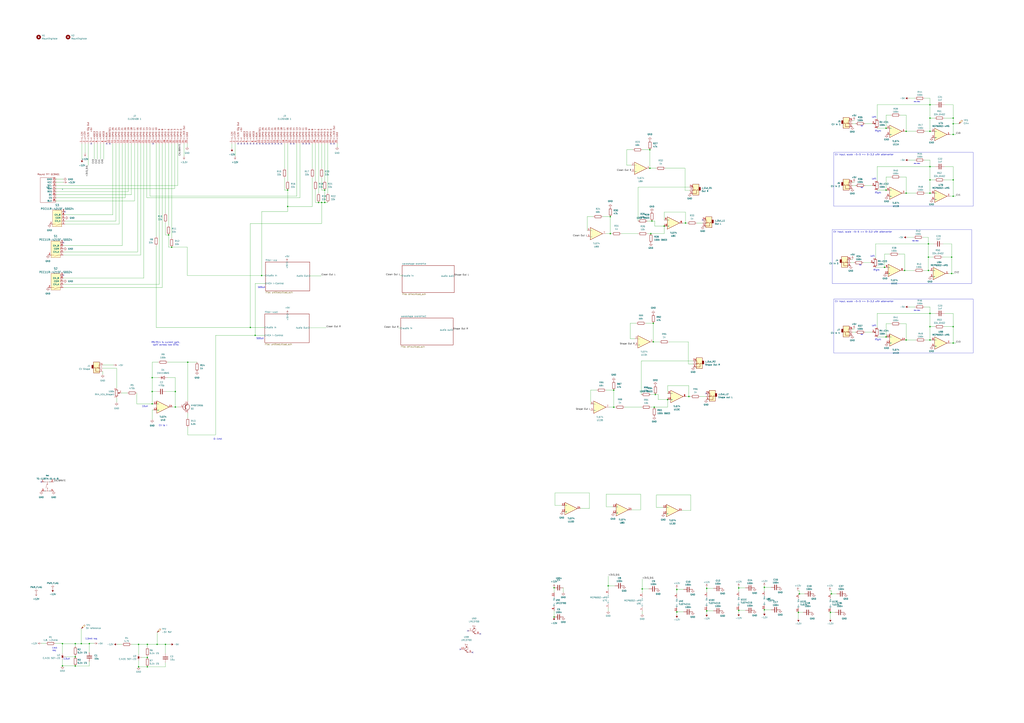
<source format=kicad_sch>
(kicad_sch (version 20250114) (generator "eeschema") (generator_version "9.0")
  (paper "A1")
  (text "CV to I\n" (at 133.858 349.758 0) (effects (font (size 1.27 1.27))))
  (text "Right" (at 717.296 222.758 0) (effects (font (size 1.27 1.27)) (justify left bottom)))
  (text "1.5mA req\n" (at 69.977 525.78 0) (effects (font (size 1.27 1.27)) (justify left bottom)))
  (text "10uA" (at 118.999 334.01 0) (effects (font (size 1.27 1.27))))
  (text "50uA" (at 705.612 218.186 0) (effects (font (size 0.5 0.5)) (justify left bottom)))
  (text "50uA" (at 706.882 103.886 0) (effects (font (size 0.5 0.5)) (justify left bottom)))
  (text "Left" (at 715.899 147.828 0) (effects (font (size 1.27 1.27)) (justify left bottom)))
  (text "500uA" (at 214.757 236.22 0) (effects (font (size 1.27 1.27))))
  (text "1mA \nreq" (at 42.799 535.432 0) (effects (font (size 1.27 1.27)) (justify left bottom)))
  (text "-50uA, 250uW" (at 748.792 198.374 0) (effects (font (size 0.5 0.5)) (justify left bottom)))
  (text "Left" (at 715.899 268.478 0) (effects (font (size 1.27 1.27)) (justify left bottom)))
  (text "-50uA, 250uW" (at 750.062 255.524 0) (effects (font (size 0.5 0.5)) (justify left bottom)))
  (text "Right" (at 718.566 108.458 0) (effects (font (size 1.27 1.27)) (justify left bottom)))
  (text "50uA" (at 706.882 154.686 0) (effects (font (size 0.5 0.5)) (justify left bottom)))
  (text "Right" (at 718.566 159.258 0) (effects (font (size 1.27 1.27)) (justify left bottom)))
  (text "-50uA, 250uW" (at 750.062 84.074 0) (effects (font (size 0.5 0.5)) (justify left bottom)))
  (text "-50uA, 250uW" (at 750.062 134.874 0) (effects (font (size 0.5 0.5)) (justify left bottom)))
  (text "Right" (at 718.566 279.908 0) (effects (font (size 1.27 1.27)) (justify left bottom)))
  (text "Left" (at 714.629 211.328 0) (effects (font (size 1.27 1.27)) (justify left bottom)))
  (text "1.5uA\n" (at 51.943 542.29 0) (effects (font (size 1.27 1.27)) (justify left bottom)))
  (text "50uA" (at 706.882 275.336 0) (effects (font (size 0.5 0.5)) (justify left bottom)))
  (text "R9/R14 is current gain,\nsplit across two OTAs" (at 136.144 282.448 0) (effects (font (size 1.27 1.27))))
  (text "500uA" (at 213.614 278.257 0) (effects (font (size 1.27 1.27))))
  (text "0-1mA\n" (at 178.816 360.934 0) (effects (font (size 1.27 1.27))))
  (text "Left" (at 715.899 97.028 0) (effects (font (size 1.27 1.27)) (justify left bottom)))
  (text_box "CV Input, scale -5-5 => 0-3.3 with attenverter" (at 684.657 245.872 0) (size 114.681 44.196) (margins 0.9525 0.9525 0.9525 0.9525) (effects (font (size 1.27 1.27)) (justify left top)))
  (text_box "CV Input, scale -5-5 => 0-3.3 with attenverter" (at 684.657 125.222 0) (size 114.681 44.196) (margins 0.9525 0.9525 0.9525 0.9525) (effects (font (size 1.27 1.27)) (justify left top)))
  (text_box "CV Input, scale -5-5 => 0-3.3 with attenverter" (at 683.387 188.722 0) (size 114.681 44.196) (margins 0.9525 0.9525 0.9525 0.9525) (effects (font (size 1.27 1.27)) (justify left top)))
  (junction (at 782.828 147.828))
  (junction (at 763.778 136.906))
  (junction (at 656.59 488.061))
  (junction (at 236.22 169.672))
  (junction (at 655.701 503.301))
  (junction (at 113.792 548.005))
  (junction (at 726.44 219.71))
  (junction (at 61.849 547.37))
  (junction (at 763.778 147.828))
  (junction (at 742.95 222.25))
  (junction (at 537.337 334.645))
  (junction (at 763.778 97.028))
  (junction (at 744.22 107.95))
  (junction (at 681.99 503.301))
  (junction (at 61.849 539.75))
  (junction (at 113.792 529.59))
  (junction (at 562.991 183.261))
  (junction (at 555.879 502.92))
  (junction (at 535.432 181.61))
  (junction (at 744.22 158.75))
  (junction (at 727.71 105.41))
  (junction (at 154.178 297.688))
  (junction (at 266.7 156.21))
  (junction (at 264.16 166.37))
  (junction (at 214.884 226.441))
  (junction (at 763.778 257.556))
  (junction (at 763.778 86.106))
  (junction (at 565.785 325.882))
  (junction (at 548.259 328.422))
  (junction (at 538.226 324.231))
  (junction (at 762.508 200.406))
  (junction (at 536.575 265.684))
  (junction (at 782.828 110.49))
  (junction (at 533.781 138.303))
  (junction (at 763.778 107.95))
  (junction (at 782.828 97.028))
  (junction (at 727.71 276.86))
  (junction (at 727.71 156.21))
  (junction (at 533.781 123.063))
  (junction (at 782.828 268.478))
  (junction (at 236.22 156.21))
  (junction (at 627.761 501.142))
  (junction (at 744.22 279.4))
  (junction (at 580.39 502.031))
  (junction (at 545.465 185.801))
  (junction (at 762.508 211.328))
  (junction (at 51.308 547.243))
  (junction (at 129.032 529.59))
  (junction (at 73.406 528.955))
  (junction (at 762.508 222.25))
  (junction (at 124.968 310.388))
  (junction (at 555.879 484.505))
  (junction (at 144.018 334.518))
  (junction (at 763.778 158.75))
  (junction (at 504.063 334.645))
  (junction (at 504.063 320.675))
  (junction (at 763.778 268.478))
  (junction (at 781.558 224.79))
  (junction (at 121.031 548.005))
  (junction (at 209.55 275.59))
  (junction (at 763.778 279.4))
  (junction (at 124.968 331.851))
  (junction (at 455.041 507.111))
  (junction (at 682.879 488.061))
  (junction (at 121.031 540.385))
  (junction (at 606.679 483.235))
  (junction (at 266.7 166.37))
  (junction (at 124.968 321.818))
  (junction (at 501.269 178.054))
  (junction (at 138.43 193.04))
  (junction (at 527.431 483.997))
  (junction (at 261.62 166.37))
  (junction (at 606.679 501.65))
  (junction (at 51.308 528.955))
  (junction (at 536.575 280.924))
  (junction (at 781.558 211.328))
  (junction (at 782.828 101.727))
  (junction (at 205.613 269.113))
  (junction (at 135.89 529.59))
  (junction (at 580.39 483.616))
  (junction (at 61.849 528.955))
  (junction (at 144.018 321.818))
  (junction (at 782.828 161.29))
  (junction (at 534.543 192.024))
  (junction (at 501.269 192.024))
  (junction (at 121.031 529.59))
  (junction (at 66.802 528.955))
  (junction (at 627.761 482.727))
  (junction (at 782.828 281.94))
  (junction (at 140.97 203.2))
  (junction (at 499.491 481.457))
  (junction (at 455.041 482.981))
  (no_connect (at 87.63 118.11))
  (no_connect (at 388.112 536.194))
  (no_connect (at 220.98 118.11))
  (no_connect (at 251.46 118.11))
  (no_connect (at 208.28 118.11))
  (no_connect (at 377.952 533.654))
  (no_connect (at 205.74 118.11))
  (no_connect (at 579.882 323.342))
  (no_connect (at 577.088 180.721))
  (no_connect (at 228.6 118.11))
  (no_connect (at 74.93 118.11))
  (no_connect (at 53.34 173.99))
  (no_connect (at 215.9 118.11))
  (no_connect (at 271.78 118.11))
  (no_connect (at 254 118.11))
  (no_connect (at 226.06 118.11))
  (no_connect (at 200.66 118.11))
  (no_connect (at 210.82 118.11))
  (no_connect (at 213.36 118.11))
  (no_connect (at 218.44 118.11))
  (no_connect (at 231.14 118.11))
  (no_connect (at 198.12 118.11))
  (no_connect (at 238.76 118.11))
  (no_connect (at 52.07 199.39))
  (no_connect (at 125.73 118.11))
  (no_connect (at 223.52 118.11))
  (no_connect (at 394.462 520.954))
  (no_connect (at 33.909 395.986))
  (no_connect (at 274.32 118.11))
  (no_connect (at 203.2 118.11))
  (no_connect (at 241.3 118.11))
  (no_connect (at 195.58 118.11))
  (no_connect (at 52.07 226.06))
  (no_connect (at 248.92 118.11))
  (no_connect (at 384.302 518.414))
  (no_connect (at 90.17 118.11))
  (wire (pts (xy 151.13 128.27) (xy 151.13 118.11)))
  (wire (pts (xy 499.491 502.031) (xy 499.491 499.872)))
  (wire (pts (xy 775.843 257.556) (xy 782.828 257.556)))
  (wire (pts (xy 524.256 154.051) (xy 524.002 154.051)))
  (wire (pts (xy 700.024 101.6) (xy 702.691 101.6)))
  (wire (pts (xy 540.512 324.231) (xy 540.512 328.422)))
  (wire (pts (xy 759.206 131.572) (xy 763.778 131.572)))
  (wire (pts (xy 555.879 484.505) (xy 561.34 484.505)))
  (wire (pts (xy 577.088 183.261) (xy 572.135 183.261)))
  (wire (pts (xy 720.344 136.906) (xy 720.344 148.59)))
  (wire (pts (xy 720.344 105.41) (xy 727.71 105.41)))
  (wire (pts (xy 113.792 548.005) (xy 113.792 542.925)))
  (wire (pts (xy 504.063 334.645) (xy 505.333 334.645)))
  (wire (pts (xy 514.731 135.763) (xy 518.541 135.763)))
  (wire (pts (xy 269.24 118.11) (xy 269.24 158.75)))
  (wire (pts (xy 562.61 138.303) (xy 546.481 138.303)))
  (wire (pts (xy 53.34 176.53) (xy 92.71 176.53)))
  (wire (pts (xy 128.27 201.93) (xy 128.27 269.113)))
  (wire (pts (xy 66.802 516.636) (xy 66.802 528.955)))
  (wire (pts (xy 118.11 228.6) (xy 118.11 118.11)))
  (wire (pts (xy 66.802 528.955) (xy 61.849 528.955)))
  (wire (pts (xy 527.431 475.996) (xy 527.431 483.997)))
  (wire (pts (xy 144.018 321.818) (xy 144.018 334.518)))
  (wire (pts (xy 104.648 322.961) (xy 99.568 322.961)))
  (wire (pts (xy 700.024 273.05) (xy 702.691 273.05)))
  (wire (pts (xy 112.268 331.851) (xy 112.268 322.961)))
  (wire (pts (xy 782.828 147.828) (xy 782.828 161.29)))
  (wire (pts (xy 124.968 337.058) (xy 126.238 337.058)))
  (wire (pts (xy 261.62 166.37) (xy 264.16 166.37)))
  (wire (pts (xy 606.679 483.235) (xy 612.14 483.235)))
  (wire (pts (xy 256.54 169.672) (xy 236.22 169.672)))
  (wire (pts (xy 504.063 320.675) (xy 504.063 334.645)))
  (wire (pts (xy 121.031 529.59) (xy 113.792 529.59)))
  (wire (pts (xy 126.238 331.978) (xy 124.968 331.978)))
  (wire (pts (xy 555.879 502.92) (xy 561.34 502.92)))
  (wire (pts (xy 61.849 528.955) (xy 51.308 528.955)))
  (wire (pts (xy 774.573 200.406) (xy 781.558 200.406)))
  (wire (pts (xy 720.344 276.86) (xy 727.71 276.86)))
  (wire (pts (xy 264.16 118.11) (xy 264.16 138.43)))
  (wire (pts (xy 124.968 331.851) (xy 124.968 331.978)))
  (wire (pts (xy 743.331 107.95) (xy 744.22 107.95)))
  (wire (pts (xy 655.32 485.521) (xy 656.59 485.521)))
  (wire (pts (xy 781.558 211.328) (xy 774.065 211.328)))
  (wire (pts (xy 746.379 131.572) (xy 751.586 131.572)))
  (wire (pts (xy 720.344 156.21) (xy 727.71 156.21)))
  (wire (pts (xy 517.525 278.384) (xy 521.335 278.384)))
  (wire (pts (xy 782.828 101.727) (xy 787.527 101.727)))
  (wire (pts (xy 580.39 482.6) (xy 580.39 483.616)))
  (wire (pts (xy 153.924 226.441) (xy 214.884 226.441)))
  (wire (pts (xy 128.27 269.113) (xy 205.613 269.113)))
  (wire (pts (xy 102.87 118.11) (xy 102.87 162.56)))
  (wire (pts (xy 499.491 481.457) (xy 504.952 481.457)))
  (wire (pts (xy 780.288 161.29) (xy 782.828 161.29)))
  (wire (pts (xy 655.701 503.301) (xy 659.511 503.301)))
  (wire (pts (xy 527.431 483.997) (xy 532.892 483.997)))
  (wire (pts (xy 154.178 343.408) (xy 154.178 339.598)))
  (wire (pts (xy 782.828 86.106) (xy 782.828 97.028)))
  (wire (pts (xy 763.778 257.556) (xy 720.344 257.556)))
  (wire (pts (xy 45.72 160.02) (xy 107.95 160.02)))
  (wire (pts (xy 85.09 118.11) (xy 85.09 130.81)))
  (wire (pts (xy 501.269 178.054) (xy 501.269 192.024)))
  (wire (pts (xy 763.778 279.4) (xy 765.048 279.4)))
  (wire (pts (xy 743.331 158.75) (xy 744.22 158.75)))
  (wire (pts (xy 727.71 94.615) (xy 731.774 94.615)))
  (wire (pts (xy 524.256 153.924) (xy 524.256 154.051)))
  (wire (pts (xy 763.778 136.906) (xy 763.778 147.828)))
  (wire (pts (xy 719.074 219.71) (xy 726.44 219.71)))
  (wire (pts (xy 524.002 154.051) (xy 524.002 181.61)))
  (wire (pts (xy 499.491 481.457) (xy 499.491 484.632)))
  (wire (pts (xy 121.031 540.385) (xy 121.031 539.496)))
  (wire (pts (xy 767.715 147.828) (xy 763.778 147.828)))
  (wire (pts (xy 763.778 97.028) (xy 763.778 107.95)))
  (wire (pts (xy 655.701 508.381) (xy 655.701 503.301)))
  (wire (pts (xy 759.841 279.4) (xy 763.778 279.4)))
  (wire (pts (xy 627.761 503.301) (xy 627.761 501.142)))
  (wire (pts (xy 455.803 415.417) (xy 461.391 415.417)))
  (wire (pts (xy 80.01 118.11) (xy 80.01 130.81)))
  (wire (pts (xy 555.879 484.505) (xy 555.879 487.68)))
  (wire (pts (xy 530.225 265.684) (xy 536.575 265.684)))
  (wire (pts (xy 763.778 86.106) (xy 720.344 86.106)))
  (wire (pts (xy 52.07 207.01) (xy 113.03 207.01)))
  (wire (pts (xy 763.778 131.572) (xy 763.778 136.906)))
  (wire (pts (xy 763.778 268.478) (xy 763.778 279.4)))
  (wire (pts (xy 524.256 153.924) (xy 566.42 153.924)))
  (wire (pts (xy 61.468 547.37) (xy 61.849 547.37)))
  (wire (pts (xy 782.828 147.828) (xy 775.335 147.828)))
  (wire (pts (xy 154.178 297.688) (xy 154.178 329.438)))
  (wire (pts (xy 681.99 508.381) (xy 681.99 503.301)))
  (wire (pts (xy 681.99 488.061) (xy 682.879 488.061)))
  (wire (pts (xy 763.778 80.772) (xy 763.778 86.106)))
  (wire (pts (xy 580.39 504.19) (xy 580.39 502.031)))
  (wire (pts (xy 744.22 266.065) (xy 744.22 279.4)))
  (wire (pts (xy 141.478 334.518) (xy 144.018 334.518)))
  (wire (pts (xy 113.792 548.005) (xy 121.031 548.005)))
  (wire (pts (xy 526.161 406.146) (xy 497.84 406.146)))
  (wire (pts (xy 476.631 417.957) (xy 484.124 417.957)))
  (wire (pts (xy 727.71 145.415) (xy 731.774 145.415)))
  (wire (pts (xy 124.968 331.851) (xy 112.268 331.851)))
  (wire (pts (xy 559.943 419.608) (xy 567.436 419.608)))
  (wire (pts (xy 254 269.367) (xy 267.97 269.367)))
  (wire (pts (xy 105.41 118.11) (xy 105.41 157.48)))
  (wire (pts (xy 567.309 325.882) (xy 565.785 325.882)))
  (wire (pts (xy 726.44 208.915) (xy 730.504 208.915)))
  (wire (pts (xy 130.048 310.388) (xy 124.968 310.388)))
  (wire (pts (xy 757.936 195.072) (xy 762.508 195.072)))
  (wire (pts (xy 73.406 528.955) (xy 66.802 528.955)))
  (wire (pts (xy 146.05 118.11) (xy 146.05 152.4)))
  (wire (pts (xy 537.718 185.801) (xy 545.465 185.801)))
  (wire (pts (xy 744.22 279.4) (xy 752.221 279.4)))
  (wire (pts (xy 214.884 173.863) (xy 214.884 226.441)))
  (wire (pts (xy 701.421 99.06) (xy 700.024 99.06)))
  (wire (pts (xy 129.032 529.59) (xy 121.031 529.59)))
  (wire (pts (xy 531.622 181.61) (xy 535.432 181.61)))
  (wire (pts (xy 135.89 548.005) (xy 121.031 548.005)))
  (wire (pts (xy 67.31 118.11) (xy 67.31 130.81)))
  (wire (pts (xy 565.785 325.882) (xy 563.499 325.882)))
  (wire (pts (xy 539.115 406.781) (xy 539.115 417.068)))
  (wire (pts (xy 567.436 419.608) (xy 567.436 406.781)))
  (wire (pts (xy 567.436 406.781) (xy 539.115 406.781)))
  (wire (pts (xy 153.924 203.2) (xy 153.924 226.441)))
  (wire (pts (xy 763.778 86.106) (xy 763.778 97.028)))
  (wire (pts (xy 739.394 266.065) (xy 744.22 266.065)))
  (wire (pts (xy 154.178 357.378) (xy 177.038 357.378)))
  (wire (pts (xy 540.512 328.422) (xy 548.259 328.422)))
  (wire (pts (xy 264.16 166.37) (xy 266.7 166.37)))
  (wire (pts (xy 742.061 222.25) (xy 742.95 222.25)))
  (wire (pts (xy 501.269 192.024) (xy 497.459 192.024)))
  (wire (pts (xy 96.393 529.59) (xy 100.203 529.59)))
  (wire (pts (xy 565.785 316.992) (xy 548.259 316.992)))
  (wire (pts (xy 146.05 152.4) (xy 45.72 152.4)))
  (wire (pts (xy 136.398 321.818) (xy 144.018 321.818)))
  (wire (pts (xy 762.508 200.406) (xy 766.953 200.406)))
  (wire (pts (xy 138.43 203.2) (xy 140.97 203.2)))
  (wire (pts (xy 61.849 539.75) (xy 61.341 539.75)))
  (wire (pts (xy 102.87 162.56) (xy 45.72 162.56)))
  (wire (pts (xy 266.7 166.37) (xy 269.24 166.37)))
  (wire (pts (xy 177.038 275.59) (xy 209.55 275.59)))
  (wire (pts (xy 144.018 310.388) (xy 144.018 321.818)))
  (wire (pts (xy 115.57 209.55) (xy 115.57 118.11)))
  (wire (pts (xy 527.05 296.545) (xy 527.05 296.672)))
  (wire (pts (xy 743.331 279.4) (xy 744.22 279.4)))
  (wire (pts (xy 565.404 280.924) (xy 565.404 299.085)))
  (wire (pts (xy 133.35 236.22) (xy 133.35 118.11)))
  (wire (pts (xy 61.849 531.241) (xy 61.849 528.955)))
  (wire (pts (xy 233.68 146.05) (xy 233.68 156.21)))
  (wire (pts (xy 539.115 417.068) (xy 544.703 417.068)))
  (wire (pts (xy 534.543 192.024) (xy 545.465 192.024)))
  (wire (pts (xy 246.38 162.56) (xy 246.38 118.11)))
  (wire (pts (xy 209.55 232.918) (xy 218.059 232.918)))
  (wire (pts (xy 485.013 332.105) (xy 485.013 320.675)))
  (wire (pts (xy 209.55 275.59) (xy 209.55 232.918)))
  (wire (pts (xy 110.49 165.1) (xy 45.72 165.1)))
  (wire (pts (xy 482.219 189.484) (xy 482.219 178.054)))
  (wire (pts (xy 538.226 324.231) (xy 540.512 324.231)))
  (wire (pts (xy 744.22 158.75) (xy 752.221 158.75)))
  (wire (pts (xy 782.828 281.94) (xy 785.114 281.94)))
  (wire (pts (xy 763.778 86.106) (xy 768.223 86.106)))
  (wire (pts (xy 562.991 174.371) (xy 545.465 174.371)))
  (wire (pts (xy 710.311 152.4) (xy 716.534 152.4)))
  (wire (pts (xy 45.72 147.32) (xy 52.07 147.32)))
  (wire (pts (xy 264.16 156.21) (xy 266.7 156.21)))
  (wire (pts (xy 537.718 181.61) (xy 537.718 185.801)))
  (wire (pts (xy 579.882 325.882) (xy 574.929 325.882)))
  (wire (pts (xy 52.07 233.68) (xy 130.81 233.68)))
  (wire (pts (xy 143.51 118.11) (xy 143.51 154.94)))
  (wire (pts (xy 727.71 266.065) (xy 731.774 266.065)))
  (wire (pts (xy 512.953 334.645) (xy 526.923 334.645)))
  (wire (pts (xy 742.95 222.25) (xy 750.951 222.25)))
  (wire (pts (xy 61.341 539.75) (xy 61.341 539.623)))
  (wire (pts (xy 154.178 297.688) (xy 161.798 297.688)))
  (wire (pts (xy 562.61 138.303) (xy 562.61 156.464)))
  (wire (pts (xy 627.761 482.727) (xy 627.761 485.902)))
  (wire (pts (xy 710.311 101.6) (xy 716.534 101.6)))
  (wire (pts (xy 782.828 268.478) (xy 782.828 281.94)))
  (wire (pts (xy 767.715 97.028) (xy 763.778 97.028)))
  (wire (pts (xy 261.62 118.11) (xy 261.62 158.75)))
  (wire (pts (xy 656.59 485.521) (xy 656.59 488.061)))
  (wire (pts (xy 69.85 125.73) (xy 69.85 118.11)))
  (wire (pts (xy 701.421 149.86) (xy 700.024 149.86)))
  (wire (pts (xy 763.778 257.556) (xy 768.223 257.556)))
  (wire (pts (xy 52.07 236.22) (xy 133.35 236.22)))
  (wire (pts (xy 190.5 121.92) (xy 190.5 118.11)))
  (wire (pts (xy 762.508 211.328) (xy 762.508 222.25)))
  (wire (pts (xy 266.7 156.21) (xy 266.7 166.37)))
  (wire (pts (xy 744.22 94.615) (xy 744.22 107.95)))
  (wire (pts (xy 517.525 265.684) (xy 522.605 265.684)))
  (wire (pts (xy 264.16 183.642) (xy 205.613 183.642)))
  (wire (pts (xy 120.65 162.56) (xy 246.38 162.56)))
  (wire (pts (xy 52.07 201.93) (xy 100.33 201.93)))
  (wire (pts (xy 555.879 483.489) (xy 555.879 484.505)))
  (wire (pts (xy 682.879 488.061) (xy 687.07 488.061)))
  (wire (pts (xy 656.59 488.061) (xy 660.781 488.061)))
  (wire (pts (xy 746.379 80.772) (xy 751.586 80.772)))
  (wire (pts (xy 534.543 334.645) (xy 537.337 334.645)))
  (wire (pts (xy 84.328 307.721) (xy 84.328 305.181)))
  (wire (pts (xy 233.68 118.11) (xy 233.68 138.43)))
  (wire (pts (xy 780.288 110.49) (xy 782.828 110.49)))
  (wire (pts (xy 700.024 152.4) (xy 702.691 152.4)))
  (wire (pts (xy 263.906 226.695) (xy 254.508 226.695)))
  (wire (pts (xy 124.968 297.688) (xy 130.048 297.688)))
  (wire (pts (xy 110.49 118.11) (xy 110.49 165.1)))
  (wire (pts (xy 775.843 136.906) (xy 782.828 136.906)))
  (wire (pts (xy 61.849 539.75) (xy 61.849 538.861)))
  (wire (pts (xy 218.059 226.441) (xy 214.884 226.441)))
  (wire (pts (xy 504.063 334.645) (xy 500.253 334.645)))
  (wire (pts (xy 128.27 194.31) (xy 128.27 118.11)))
  (wire (pts (xy 527.05 296.672) (xy 526.796 296.672)))
  (wire (pts (xy 259.08 156.21) (xy 259.08 166.37)))
  (wire (pts (xy 763.778 147.828) (xy 763.778 158.75)))
  (wire (pts (xy 763.778 136.906) (xy 720.344 136.906)))
  (wire (pts (xy 123.19 161.29) (xy 243.84 161.29)))
  (wire (pts (xy 682.879 485.521) (xy 682.879 488.061)))
  (wire (pts (xy 781.558 211.328) (xy 781.558 224.79)))
  (wire (pts (xy 514.731 123.063) (xy 514.731 135.763)))
  (wire (pts (xy 124.968 344.678) (xy 124.968 337.058)))
  (wire (pts (xy 727.71 276.86) (xy 728.091 276.86)))
  (wire (pts (xy 135.89 118.11) (xy 135.89 175.26)))
  (wire (pts (xy 130.81 233.68) (xy 130.81 118.11)))
  (wire (pts (xy 518.668 418.973) (xy 526.161 418.973)))
  (wire (pts (xy 72.39 118.11) (xy 72.39 135.89)))
  (wire (pts (xy 527.431 504.571) (xy 527.431 502.412)))
  (wire (pts (xy 264.16 166.37) (xy 264.16 183.642)))
  (wire (pts (xy 710.311 273.05) (xy 716.534 273.05)))
  (wire (pts (xy 92.71 176.53) (xy 92.71 118.11)))
  (wire (pts (xy 256.54 146.05) (xy 256.54 169.672)))
  (wire (pts (xy 61.468 547.37) (xy 61.468 547.243)))
  (wire (pts (xy 135.89 529.59) (xy 129.032 529.59)))
  (wire (pts (xy 537.337 334.645) (xy 548.259 334.645)))
  (wire (pts (xy 53.34 184.15) (xy 97.79 184.15)))
  (wire (pts (xy 727.71 145.415) (xy 727.71 156.21)))
  (wire (pts (xy 739.394 145.415) (xy 744.22 145.415)))
  (wire (pts (xy 73.406 528.828) (xy 77.216 528.828)))
  (wire (pts (xy 113.792 529.59) (xy 113.792 537.845)))
  (wire (pts (xy 531.749 192.024) (xy 534.543 192.024)))
  (wire (pts (xy 276.86 118.11) (xy 276.86 120.65)))
  (wire (pts (xy 565.404 280.924) (xy 549.275 280.924)))
  (wire (pts (xy 135.89 544.576) (xy 135.89 548.005)))
  (wire (pts (xy 782.828 110.49) (xy 785.114 110.49)))
  (wire (pts (xy 95.758 302.641) (xy 95.758 319.151)))
  (wire (pts (xy 533.781 123.063) (xy 533.781 138.303)))
  (wire (pts (xy 124.968 321.818) (xy 124.968 310.388)))
  (wire (pts (xy 77.47 118.11) (xy 77.47 130.81)))
  (wire (pts (xy 51.308 528.955) (xy 51.308 528.828)))
  (wire (pts (xy 107.823 529.59) (xy 113.792 529.59)))
  (wire (pts (xy 455.803 405.13) (xy 455.803 415.417)))
  (wire (pts (xy 140.97 118.11) (xy 140.97 195.58)))
  (wire (pts (xy 759.206 252.222) (xy 763.778 252.222)))
  (wire (pts (xy 527.431 123.063) (xy 533.781 123.063)))
  (wire (pts (xy 124.968 321.818) (xy 128.778 321.818)))
  (wire (pts (xy 775.843 86.106) (xy 782.828 86.106)))
  (wire (pts (xy 135.89 536.956) (xy 135.89 529.59)))
  (wire (pts (xy 763.778 136.906) (xy 768.223 136.906)))
  (wire (pts (xy 236.22 118.11) (xy 236.22 148.59)))
  (wire (pts (xy 564.515 183.261) (xy 562.991 183.261)))
  (wire (pts (xy 545.465 192.024) (xy 545.465 185.801)))
  (wire (pts (xy 766.445 211.328) (xy 762.508 211.328)))
  (wire (pts (xy 124.968 321.818) (xy 124.968 331.851)))
  (wire (pts (xy 782.828 136.906) (xy 782.828 147.828)))
  (wire (pts (xy 497.713 320.675) (xy 504.063 320.675)))
  (wire (pts (xy 328.676 226.568) (xy 330.2 226.568)))
  (wire (pts (xy 759.841 158.75) (xy 763.778 158.75)))
  (wire (pts (xy 93.218 300.101) (xy 84.328 300.101)))
  (wire (pts (xy 744.22 107.95) (xy 752.221 107.95)))
  (wire (pts (xy 719.074 200.406) (xy 719.074 212.09)))
  (wire (pts (xy 95.758 330.581) (xy 95.758 326.771)))
  (wire (pts (xy 762.508 222.25) (xy 763.778 222.25)))
  (wire (pts (xy 205.613 183.642) (xy 205.613 269.113)))
  (wire (pts (xy 698.754 215.9) (xy 701.421 215.9)))
  (wire (pts (xy 123.19 118.11) (xy 123.19 161.29)))
  (wire (pts (xy 555.879 505.079) (xy 555.879 502.92)))
  (wire (pts (xy 720.344 86.106) (xy 720.344 97.79)))
  (wire (pts (xy 140.97 203.2) (xy 153.924 203.2)))
  (wire (pts (xy 84.328 302.641) (xy 95.758 302.641)))
  (wire (pts (xy 701.421 270.51) (xy 700.024 270.51)))
  (wire (pts (xy 497.84 416.433) (xy 503.428 416.433)))
  (wire (pts (xy 95.25 181.61) (xy 95.25 118.11)))
  (wire (pts (xy 154.178 351.028) (xy 154.178 357.378)))
  (wire (pts (xy 536.575 265.684) (xy 536.575 280.924)))
  (wire (pts (xy 746.379 252.222) (xy 751.586 252.222)))
  (wire (pts (xy 782.828 257.556) (xy 782.828 268.478)))
  (wire (pts (xy 82.55 118.11) (xy 82.55 130.81)))
  (wire (pts (xy 236.22 156.21) (xy 236.22 169.672)))
  (wire (pts (xy 759.206 80.772) (xy 763.778 80.772)))
  (wire (pts (xy 726.44 219.71) (xy 726.821 219.71)))
  (wire (pts (xy 527.05 296.545) (xy 569.214 296.545)))
  (wire (pts (xy 97.79 184.15) (xy 97.79 118.11)))
  (wire (pts (xy 782.828 101.727) (xy 782.828 97.028)))
  (wire (pts (xy 105.41 157.48) (xy 45.72 157.48)))
  (wire (pts (xy 73.406 536.194) (xy 73.406 528.955)))
  (wire (pts (xy 143.51 154.94) (xy 45.72 154.94)))
  (wire (pts (xy 455.041 507.111) (xy 455.041 502.031)))
  (wire (pts (xy 236.22 173.863) (xy 214.884 173.863)))
  (wire (pts (xy 485.013 320.675) (xy 490.093 320.675)))
  (wire (pts (xy 762.508 200.406) (xy 762.508 211.328)))
  (wire (pts (xy 107.95 118.11) (xy 107.95 160.02)))
  (wire (pts (xy 177.038 357.378) (xy 177.038 275.59)))
  (wire (pts (xy 580.39 483.616) (xy 580.39 486.791)))
  (wire (pts (xy 121.031 540.385) (xy 116.332 540.385)))
  (wire (pts (xy 484.124 417.957) (xy 484.124 405.13)))
  (wire (pts (xy 763.778 252.222) (xy 763.778 257.556)))
  (wire (pts (xy 763.778 257.556) (xy 763.778 268.478)))
  (wire (pts (xy 517.525 265.684) (xy 517.525 278.384)))
  (wire (pts (xy 627.761 501.142) (xy 633.222 501.142)))
  (wire (pts (xy 742.95 208.915) (xy 742.95 222.25)))
  (wire (pts (xy 782.828 97.028) (xy 775.335 97.028)))
  (wire (pts (xy 762.508 195.072) (xy 762.508 200.406)))
  (wire (pts (xy 259.08 118.11) (xy 259.08 148.59)))
  (wire (pts (xy 45.339 528.828) (xy 51.308 528.828)))
  (wire (pts (xy 205.613 269.113) (xy 217.551 269.113)))
  (wire (pts (xy 681.99 503.301) (xy 685.8 503.301)))
  (wire (pts (xy 497.84 406.146) (xy 497.84 416.433)))
  (wire (pts (xy 193.04 128.27) (xy 193.04 118.11)))
  (wire (pts (xy 606.679 482.219) (xy 606.679 483.235)))
  (wire (pts (xy 781.558 200.406) (xy 781.558 211.328)))
  (wire (pts (xy 514.731 123.063) (xy 519.811 123.063)))
  (wire (pts (xy 727.71 266.065) (xy 727.71 276.86)))
  (wire (pts (xy 727.71 156.21) (xy 728.091 156.21)))
  (wire (pts (xy 138.43 193.04) (xy 138.43 203.2)))
  (wire (pts (xy 767.715 268.478) (xy 763.778 268.478)))
  (wire (pts (xy 727.71 94.615) (xy 727.71 105.41)))
  (wire (pts (xy 763.778 107.95) (xy 765.048 107.95)))
  (wire (pts (xy 535.432 181.61) (xy 537.718 181.61)))
  (wire (pts (xy 738.124 208.915) (xy 742.95 208.915)))
  (wire (pts (xy 627.761 481.711) (xy 627.761 482.727)))
  (wire (pts (xy 153.67 118.11) (xy 153.67 120.65)))
  (wire (pts (xy 144.018 334.518) (xy 146.558 334.518)))
  (wire (pts (xy 138.43 118.11) (xy 138.43 185.42)))
  (wire (pts (xy 462.661 482.981) (xy 462.661 486.791)))
  (wire (pts (xy 510.159 192.024) (xy 524.129 192.024)))
  (wire (pts (xy 681.609 485.521) (xy 682.879 485.521)))
  (wire (pts (xy 534.416 324.231) (xy 538.226 324.231)))
  (wire (pts (xy 501.269 192.024) (xy 502.539 192.024)))
  (wire (pts (xy 137.668 297.688) (xy 154.178 297.688)))
  (wire (pts (xy 782.828 161.29) (xy 785.114 161.29)))
  (wire (pts (xy 121.031 531.876) (xy 121.031 529.59)))
  (wire (pts (xy 548.259 334.645) (xy 548.259 328.422)))
  (wire (pts (xy 135.89 182.88) (xy 135.89 193.04)))
  (wire (pts (xy 52.07 209.55) (xy 115.57 209.55)))
  (wire (pts (xy 565.404 299.085) (xy 569.214 299.085)))
  (wire (pts (xy 236.22 169.672) (xy 236.22 173.863)))
  (wire (pts (xy 779.018 224.79) (xy 781.558 224.79)))
  (wire (pts (xy 700.151 213.36) (xy 698.754 213.36)))
  (wire (pts (xy 606.679 483.235) (xy 606.679 486.41)))
  (wire (pts (xy 580.39 483.616) (xy 585.851 483.616)))
  (wire (pts (xy 484.124 405.13) (xy 455.803 405.13)))
  (wire (pts (xy 536.575 280.924) (xy 541.655 280.924)))
  (wire (pts (xy 259.08 166.37) (xy 261.62 166.37)))
  (wire (pts (xy 763.778 158.75) (xy 765.048 158.75)))
  (wire (pts (xy 580.39 502.031) (xy 585.851 502.031)))
  (wire (pts (xy 526.796 296.672) (xy 526.796 324.231)))
  (wire (pts (xy 782.828 110.49) (xy 782.828 101.727)))
  (wire (pts (xy 759.841 107.95) (xy 763.778 107.95)))
  (wire (pts (xy 726.44 208.915) (xy 726.44 219.71)))
  (wire (pts (xy 45.72 149.86) (xy 52.07 149.86)))
  (wire (pts (xy 51.308 528.955) (xy 51.308 537.083)))
  (wire (pts (xy 494.919 178.054) (xy 501.269 178.054)))
  (wire (pts (xy 745.109 195.072) (xy 750.316 195.072)))
  (wire (pts (xy 124.968 297.688) (xy 124.968 310.388)))
  (wire (pts (xy 73.406 547.37) (xy 61.849 547.37)))
  (wire (pts (xy 727.71 105.41) (xy 728.091 105.41)))
  (wire (pts (xy 51.308 547.243) (xy 51.308 542.163)))
  (wire (pts (xy 720.344 257.556) (xy 720.344 269.24)))
  (wire (pts (xy 266.7 118.11) (xy 266.7 148.59)))
  (wire (pts (xy 209.55 275.59) (xy 217.551 275.59)))
  (wire (pts (xy 548.259 316.992) (xy 548.259 323.342)))
  (wire (pts (xy 61.341 539.623) (xy 53.848 539.623)))
  (wire (pts (xy 455.041 482.981) (xy 455.041 486.791)))
  (wire (pts (xy 655.701 488.061) (xy 656.59 488.061)))
  (wire (pts (xy 135.89 529.59) (xy 139.7 529.59)))
  (wire (pts (xy 135.89 193.04) (xy 138.43 193.04)))
  (wire (pts (xy 33.909 528.828) (xy 37.719 528.828)))
  (wire (pts (xy 709.041 215.9) (xy 715.264 215.9)))
  (wire (pts (xy 61.468 547.243) (xy 51.308 547.243)))
  (wire (pts (xy 565.785 325.882) (xy 565.785 316.992)))
  (wire (pts (xy 100.33 201.93) (xy 100.33 118.11)))
  (wire (pts (xy 113.03 207.01) (xy 113.03 118.11)))
  (wire (pts (xy 780.288 281.94) (xy 782.828 281.94)))
  (wire (pts (xy 264.16 146.05) (xy 264.16 156.21)))
  (wire (pts (xy 781.558 224.79) (xy 783.844 224.79)))
  (wire (pts (xy 562.991 183.261) (xy 562.991 174.371)))
  (wire (pts (xy 782.828 268.478) (xy 775.335 268.478)))
  (wire (pts (xy 533.781 138.303) (xy 538.861 138.303)))
  (wire (pts (xy 129.032 519.811) (xy 129.032 529.59)))
  (wire (pts (xy 606.679 503.809) (xy 606.679 501.65)))
  (wire (pts (xy 256.54 118.11) (xy 256.54 138.43)))
  (wire (pts (xy 53.34 181.61) (xy 95.25 181.61)))
  (wire (pts (xy 73.406 543.814) (xy 73.406 547.37)))
  (wire (pts (xy 562.61 156.464) (xy 566.42 156.464)))
  (wire (pts (xy 526.161 418.973) (xy 526.161 406.146)))
  (wire (pts (xy 120.65 118.11) (xy 120.65 162.56)))
  (wire (pts (xy 606.679 501.65) (xy 612.14 501.65)))
  (wire (pts (xy 233.68 156.21) (xy 236.22 156.21)))
  (wire (pts (xy 762.508 200.406) (xy 719.074 200.406)))
  (wire (pts (xy 243.84 161.29) (xy 243.84 118.11)))
  (wire (pts (xy 52.07 228.6) (xy 118.11 228.6)))
  (wire (pts (xy 499.491 473.456) (xy 499.491 481.457)))
  (wire (pts (xy 73.406 528.955) (xy 73.406 528.828)))
  (wire (pts (xy 327.406 269.748) (xy 329.184 269.748)))
  (wire (pts (xy 627.761 482.727) (xy 633.222 482.727)))
  (wire (pts (xy 739.394 94.615) (xy 744.22 94.615)))
  (wire (pts (xy 482.219 178.054) (xy 487.299 178.054)))
  (wire (pts (xy 137.668 310.388) (xy 144.018 310.388)))
  (wire (pts (xy 758.571 222.25) (xy 762.508 222.25)))
  (wire (pts (xy 545.465 174.371) (xy 545.465 180.721)))
  (wire (pts (xy 744.22 145.415) (xy 744.22 158.75)))
  (wire (pts (xy 562.991 183.261) (xy 560.705 183.261)))
  (wire (pts (xy 527.431 483.997) (xy 527.431 487.172)))
  (label "+3V3_SIG" (at 499.491 473.456 0))
  (label "CV1" (at 82.55 130.81 270))
  (label "CV0" (at 785.114 110.49 0))
  (label "Clean Out L" (at 263.906 226.695 0))
  (label "CV1" (at 785.114 161.29 0))
  (label "CV2" (at 80.01 130.81 270))
  (label "+3V3_SIG" (at 527.431 475.996 0))
  (label "Shape Out L" (at 373.126 226.822 0))
  (label "Clean Out R" (at 518.541 140.843 180))
  (label "Clean Out R" (at 267.97 269.367 0))
  (label "CV0" (at 85.09 130.81 270))
  (label "Clean Out L" (at 328.676 226.568 180))
  (label "Clean Out R" (at 327.406 269.748 180))
  (label "Shape Out R" (at 372.11 271.145 0))
  (label "CV3" (at 785.114 281.94 0))
  (label "CV3" (at 77.47 130.81 270))
  (label "+3V3_SIG" (at 72.39 135.89 270))
  (label "CV2" (at 783.844 224.79 0))
  (label "Shape Out L" (at 485.013 337.185 180))
  (label "CALIBRATE" (at 148.59 118.11 270))
  (label "Clean Out L" (at 482.219 194.564 180))
  (label "CALIBRATE" (at 44.069 395.986 0))
  (label "Shape Out R" (at 521.335 283.464 180))
  (symbol (lib_id "Amplifier_Operational:TL074") (at 684.53 495.681 0) (unit 5)
    (property "Reference" "U13" (at 683.26 494.4109 0) (effects (justify left)))
    (property "Value" "TL074" (at 683.26 496.9509 0) (effects (justify left)))
    (property "Footprint" "Package_SO:TSSOP-14_4.4x5mm_P0.65mm" (effects (hide yes)))
    (property "Datasheet" "http://www.ti.com/lit/ds/symlink/tl071.pdf" (effects (hide yes)))
    (property "Description" "Quad Low-Noise JFET-Input Operational Amplifiers, DIP-14/SOIC-14" (effects (hide yes)))
  )
  (symbol (lib_id "Connector:AudioJack2_SwitchT") (at 574.294 299.085 180) (unit 1)
    (property "Reference" "J_Out_R2" (at 578.993 297.1799 0) (effects (justify right)))
    (property "Value" "Shape Out R" (at 578.993 299.7199 0) (effects (justify right)))
    (property "Footprint" "Connector_Audio:Jack_3.5mm_QingPu_WQP-PJ398SM_Vertical_CircularHoles" (effects (hide yes)))
  )
  (symbol (lib_id "power:GND") (at 39.37 236.22 0) (unit 1)
    (property "Reference" "#PWR04" (effects (hide yes)))
    (property "Value" "GND" (at 39.37 241.3 0))
    (property "Description" "Power symbol creates a global label with name \"GND\" , ground" (effects (hide yes)))
  )
  (symbol (lib_id "power:-5V") (at 139.7 529.59 270) (unit 1)
    (property "Reference" "#PWR022" (effects (hide yes)))
    (property "Value" "-5V" (at 142.875 529.59 90) (effects (justify left)))
  )
  (symbol (lib_name "GND_5") (lib_id "power:GND") (at 44.069 403.606 0) (unit 1)
    (property "Reference" "#PWR06" (effects (hide yes)))
    (property "Value" "GND" (at 44.069 408.686 0))
    (property "Description" "Power symbol creates a global label with name \"GND\" , ground" (effects (hide yes)))
  )
  (symbol (lib_id "Amplifier_Operational:TL074") (at 558.419 495.3 0) (unit 5)
    (property "Reference" "U4" (at 557.403 494.0299 0) (effects (justify left)))
    (property "Value" "TL074" (at 557.403 496.5699 0) (effects (justify left)))
    (property "Footprint" "Package_SO:TSSOP-14_4.4x5mm_P0.65mm" (effects (hide yes)))
    (property "Datasheet" "http://www.ti.com/lit/ds/symlink/tl071.pdf" (effects (hide yes)))
    (property "Description" "Quad Low-Noise JFET-Input Operational Amplifiers, DIP-14/SOIC-14" (effects (hide yes)))
  )
  (symbol (lib_id "Amplifier_Operational:TL074") (at 511.048 418.973 0) (mirror x) (unit 4)
    (property "Reference" "U8" (at 511.048 429.641 0))
    (property "Value" "TL074" (at 511.048 427.101 0))
    (property "Footprint" "Package_SO:TSSOP-14_4.4x5mm_P0.65mm" (effects (hide yes)))
    (property "Datasheet" "http://www.ti.com/lit/ds/symlink/tl071.pdf" (effects (hide yes)))
    (property "Description" "Quad Low-Noise JFET-Input Operational Amplifiers, DIP-14/SOIC-14" (effects (hide yes)))
  )
  (symbol (lib_id "power:+5V") (at 700.151 213.36 0) (unit 1)
    (property "Reference" "#PWR071" (effects (hide yes)))
    (property "Value" "+5V" (at 700.151 209.2269 0))
  )
  (symbol (lib_id "Connector:TestPoint_Probe") (at 787.527 101.727 0) (unit 1)
    (property "Reference" "TP3" (at 791.337 98.9274 0) (effects (justify left)))
    (property "Value" "CVIn" (at 791.337 101.3516 0) (effects (justify left)))
    (property "Footprint" "TestPoint:TestPoint_Pad_1.0x1.0mm" (effects (hide yes)))
  )
  (symbol (lib_id "Connector:AudioJack2_SwitchT") (at 582.168 183.261 180) (unit 1)
    (property "Reference" "J_Out_L1" (at 586.994 181.3559 0) (effects (justify right)))
    (property "Value" "Out L" (at 586.994 183.8959 0) (effects (justify right)))
    (property "Footprint" "Connector_Audio:Jack_3.5mm_QingPu_WQP-PJ398SM_Vertical_CircularHoles" (effects (hide yes)))
  )
  (symbol (lib_id "Amplifier_Operational:TL074") (at 526.161 138.303 0) (mirror x) (unit 1)
    (property "Reference" "U8" (at 526.161 148.971 0))
    (property "Value" "TL074" (at 526.161 146.431 0))
    (property "Footprint" "Package_SO:TSSOP-14_4.4x5mm_P0.65mm" (effects (hide yes)))
    (property "Datasheet" "http://www.ti.com/lit/ds/symlink/tl071.pdf" (effects (hide yes)))
    (property "Description" "Quad Low-Noise JFET-Input Operational Amplifiers, DIP-14/SOIC-14" (effects (hide yes)))
  )
  (symbol (lib_id "power:GND") (at 499.491 502.031 0) (unit 1)
    (property "Reference" "#PWR037" (effects (hide yes)))
    (property "Value" "GND" (at 499.491 506.1641 0))
  )
  (symbol (lib_id "Mechanical:MountingHole") (at 55.88 30.48 0) (unit 1) (exclude_from_sim yes) (in_bom no)
    (property "Reference" "H2" (at 58.42 29.2099 0) (effects (justify left)))
    (property "Value" "MountingHole" (at 58.42 31.7499 0) (effects (justify left)))
    (property "Footprint" "MountingHole:MountingHole_3.2mm_M3_DIN965" (effects (hide yes)))
    (property "Description" "Mounting Hole without connection" (effects (hide yes)))
  )
  (symbol (lib_id "Transistor_BJT:MMBT3906") (at 151.638 334.518 0) (mirror x) (unit 1)
    (property "Reference" "Q1" (at 156.718 335.7881 0) (effects (justify left)))
    (property "Value" "MMBT3906" (at 156.718 333.2481 0) (effects (justify left)))
    (property "Footprint" "Package_TO_SOT_SMD:SOT-23" (effects (hide yes)))
    (property "Datasheet" "https://www.onsemi.com/pdf/datasheet/pzt3906-d.pdf" (effects (hide yes)))
    (property "Description" "-0.2A Ic, -40V Vce, Small Signal PNP Transistor, SOT-23" (effects (hide yes)))
  )
  (symbol (lib_id "power:GND") (at 52.07 147.32 90) (unit 1)
    (property "Reference" "#PWR08" (effects (hide yes)))
    (property "Value" "GND" (at 55.88 147.3199 90) (effects (justify right)))
    (property "Description" "Power symbol creates a global label with name \"GND\" , ground" (effects (hide yes)))
  )
  (symbol (lib_id "power:+5V") (at 701.421 149.86 0) (unit 1)
    (property "Reference" "#PWR073" (effects (hide yes)))
    (property "Value" "+5V" (at 701.421 145.7269 0))
  )
  (symbol (lib_id "Device:R") (at 755.396 131.572 90) (unit 1)
    (property "Reference" "R45" (at 755.396 126.4117 90))
    (property "Value" "100k" (at 755.396 128.8359 90))
    (property "Footprint" "Resistor_SMD:R_0402_1005Metric" (effects (hide yes)))
  )
  (symbol (lib_id "Device:R_Potentiometer") (at 720.344 101.6 0) (mirror y) (unit 1)
    (property "Reference" "RV-CV1" (at 722.122 100.3879 0) (effects (justify right)))
    (property "Value" "100k" (at 722.122 102.8121 0) (effects (justify right)))
    (property "Footprint" "Eurocad:Alpha9mmPot" (effects (hide yes)))
  )
  (symbol (lib_id "power:GND") (at 534.543 199.644 0) (unit 1)
    (property "Reference" "#PWR040" (effects (hide yes)))
    (property "Value" "GND" (at 534.543 203.835 0))
    (property "Description" "Power symbol creates a global label with name \"GND\" , ground" (effects (hide yes)))
  )
  (symbol (lib_id "power:-12V") (at 580.39 504.19 180) (unit 1)
    (property "Reference" "#PWR052" (effects (hide yes)))
    (property "Value" "-12V" (at 580.39 508.3231 0))
  )
  (symbol (lib_id "power:GND") (at 544.703 422.148 0) (unit 1)
    (property "Reference" "#PWR0109" (effects (hide yes)))
    (property "Value" "GND" (at 544.703 427.101 0))
    (property "Description" "Power symbol creates a global label with name \"GND\" , ground" (effects (hide yes)))
  )
  (symbol (lib_id "Device:R") (at 264.16 142.24 0) (unit 1)
    (property "Reference" "R20" (at 266.7 140.9699 0) (effects (justify left)))
    (property "Value" "33k" (at 266.7 143.5099 0) (effects (justify left)))
    (property "Footprint" "Resistor_SMD:R_0603_1608Metric" (effects (hide yes)))
    (property "Description" "Resistor" (effects (hide yes)))
  )
  (symbol (lib_id "power:+5V") (at 701.421 99.06 0) (unit 1)
    (property "Reference" "#PWR072" (effects (hide yes)))
    (property "Value" "+5V" (at 701.421 94.9269 0))
  )
  (symbol (lib_id "Connector:AudioJack2_SwitchT") (at 584.962 325.882 180) (unit 1)
    (property "Reference" "J_Out_L2" (at 589.788 323.9769 0) (effects (justify right)))
    (property "Value" "Shape out L" (at 589.788 326.5169 0) (effects (justify right)))
    (property "Footprint" "Connector_Audio:Jack_3.5mm_QingPu_WQP-PJ398SM_Vertical_CircularHoles" (effects (hide yes)))
  )
  (symbol (lib_id "Device:C") (at 772.033 257.556 270) (unit 1)
    (property "Reference" "C23" (at 772.033 251.2527 90))
    (property "Value" "1nF" (at 772.033 253.6769 90))
    (property "Footprint" "Capacitor_SMD:C_0402_1005Metric" (effects (hide yes)))
  )
  (symbol (lib_id "Device:R") (at 261.62 162.56 0) (unit 1)
    (property "Reference" "R19" (at 264.16 161.2899 0) (effects (justify left)))
    (property "Value" "33k" (at 264.16 163.8299 0) (effects (justify left)))
    (property "Footprint" "Resistor_SMD:R_0603_1608Metric" (effects (hide yes)))
    (property "Description" "Resistor" (effects (hide yes)))
  )
  (symbol (lib_id "Device:C") (at 565.15 502.92 270) (unit 1)
    (property "Reference" "C11" (at 565.15 496.6167 90))
    (property "Value" "100n" (at 565.15 499.0409 90))
    (property "Footprint" "Capacitor_SMD:C_0603_1608Metric" (effects (hide yes)))
  )
  (symbol (lib_id "Device:R") (at 535.432 177.8 0) (mirror x) (unit 1)
    (property "Reference" "R29" (at 533.4 176.5299 0) (effects (justify right)))
    (property "Value" "100k 0603" (at 533.4 179.0699 0) (effects (justify right)))
    (property "Footprint" "Resistor_SMD:R_0603_1608Metric" (effects (hide yes)))
    (property "Description" "Resistor" (effects (hide yes)))
  )
  (symbol (lib_id "Amplifier_Operational:TL074") (at 528.955 280.924 0) (mirror x) (unit 1)
    (property "Reference" "U13" (at 528.955 291.592 0))
    (property "Value" "TL074" (at 528.955 289.052 0))
    (property "Footprint" "Package_SO:TSSOP-14_4.4x5mm_P0.65mm" (effects (hide yes)))
    (property "Datasheet" "http://www.ti.com/lit/ds/symlink/tl071.pdf" (effects (hide yes)))
    (property "Description" "Quad Low-Noise JFET-Input Operational Amplifiers, DIP-14/SOIC-14" (effects (hide yes)))
  )
  (symbol (lib_id "power:GND") (at 533.781 115.443 180) (unit 1)
    (property "Reference" "#PWR039" (effects (hide yes)))
    (property "Value" "GND" (at 533.781 110.363 0))
    (property "Description" "Power symbol creates a global label with name \"GND\" , ground" (effects (hide yes)))
  )
  (symbol (lib_id "Device:R") (at 154.178 347.218 0) (unit 1)
    (property "Reference" "R13" (at 156.718 345.9479 0) (effects (justify left)))
    (property "Value" "6.8k" (at 156.718 348.4879 0) (effects (justify left)))
    (property "Footprint" "Resistor_SMD:R_0603_1608Metric" (effects (hide yes)))
    (property "Description" "Resistor" (effects (hide yes)))
  )
  (symbol (lib_id "Connector:TestPoint_Probe") (at 66.802 516.636 0) (unit 1)
    (property "Reference" "TP1" (at 70.612 513.8364 0) (effects (justify left)))
    (property "Value" "5V reference" (at 70.612 516.2606 0) (effects (justify left)))
    (property "Footprint" "TestPoint:TestPoint_Pad_1.0x1.0mm" (effects (hide yes)))
  )
  (symbol (lib_id "Device:C") (at 565.15 484.505 270) (unit 1)
    (property "Reference" "C10" (at 565.15 478.2017 90))
    (property "Value" "100n" (at 565.15 480.6259 90))
    (property "Footprint" "Capacitor_SMD:C_0603_1608Metric" (effects (hide yes)))
  )
  (symbol (lib_id "Device:R") (at 735.584 266.065 90) (unit 1)
    (property "Reference" "R41" (at 735.584 260.9047 90))
    (property "Value" "100k" (at 735.584 263.3289 90))
    (property "Footprint" "Resistor_SMD:R_0402_1005Metric" (effects (hide yes)))
  )
  (symbol (lib_id "Amplifier_Operational:MCP6002-xMS") (at 772.668 281.94 0) (mirror x) (unit 2)
    (property "Reference" "U9" (at 772.668 272.7157 0))
    (property "Value" "MCP6002-xMS" (at 772.668 275.1399 0))
    (property "Footprint" "Package_SO:MSOP-8_3x3mm_P0.65mm" (effects (hide yes)))
    (property "Datasheet" "http://ww1.microchip.com/downloads/en/DeviceDoc/21733j.pdf" (effects (hide yes)))
  )
  (symbol (lib_id "Device:R") (at 536.575 261.874 0) (unit 1)
    (property "Reference" "R92" (at 539.115 260.6039 0) (effects (justify left)))
    (property "Value" "47k" (at 539.115 263.1439 0) (effects (justify left)))
    (property "Footprint" "Resistor_SMD:R_0603_1608Metric" (effects (hide yes)))
    (property "Description" "Resistor" (effects (hide yes)))
  )
  (symbol (lib_id "power:-12V") (at 190.5 121.92 180) (unit 1)
    (property "Reference" "#PWR026" (effects (hide yes)))
    (property "Value" "-12V" (at 190.5 127 0))
    (property "Description" "Power symbol creates a global label with name \"-12V\"" (effects (hide yes)))
  )
  (symbol (lib_id "Device:R") (at 771.525 97.028 90) (unit 1)
    (property "Reference" "R51" (at 771.525 91.44 90))
    (property "Value" "33k_0402" (at 771.525 93.98 90))
    (property "Footprint" "Resistor_SMD:R_0402_1005Metric" (effects (hide yes)))
  )
  (symbol (lib_id "Device:C") (at 637.032 482.727 270) (unit 1)
    (property "Reference" "C16" (at 637.032 476.4237 90))
    (property "Value" "100n" (at 637.032 478.8479 90))
    (property "Footprint" "Capacitor_SMD:C_0603_1608Metric" (effects (hide yes)))
  )
  (symbol (lib_id "power:GND") (at 640.842 501.142 0) (unit 1)
    (property "Reference" "#PWR062" (effects (hide yes)))
    (property "Value" "GND" (at 640.842 505.2751 0))
  )
  (symbol (lib_id "Device:R") (at 527.812 181.61 90) (unit 1)
    (property "Reference" "R25" (at 527.812 175.895 90))
    (property "Value" "10k" (at 527.812 178.435 90))
    (property "Footprint" "Resistor_SMD:R_0603_1608Metric" (effects (hide yes)))
    (property "Description" "Resistor" (effects (hide yes)))
  )
  (symbol (lib_id "power:+3.3V") (at 52.07 149.86 270) (unit 1)
    (property "Reference" "#PWR09" (effects (hide yes)))
    (property "Value" "+3.3V" (at 55.88 149.8599 90) (effects (justify left)))
    (property "Description" "Power symbol creates a global label with name \"+3.3V\"" (effects (hide yes)))
  )
  (symbol (lib_id "Amplifier_Operational:TL074") (at 133.858 334.518 0) (mirror x) (unit 4)
    (property "Reference" "U4" (at 133.858 345.186 0))
    (property "Value" "TL074" (at 133.858 342.646 0))
    (property "Footprint" "Package_SO:TSSOP-14_4.4x5mm_P0.65mm" (effects (hide yes)))
    (property "Datasheet" "http://www.ti.com/lit/ds/symlink/tl071.pdf" (effects (hide yes)))
    (property "Description" "Quad Low-Noise JFET-Input Operational Amplifiers, DIP-14/SOIC-14" (effects (hide yes)))
  )
  (symbol (lib_id "Amplifier_Operational:TL074") (at 735.711 107.95 0) (mirror x) (unit 1)
    (property "Reference" "U11" (at 735.711 118.618 0))
    (property "Value" "TL074" (at 735.711 116.078 0))
    (property "Footprint" "Package_SO:TSSOP-14_4.4x5mm_P0.65mm" (effects (hide yes)))
    (property "Datasheet" "http://www.ti.com/lit/ds/symlink/tl071.pdf" (effects (hide yes)))
    (property "Description" "Quad Low-Noise JFET-Input Operational Amplifiers, DIP-14/SOIC-14" (effects (hide yes)))
  )
  (symbol (lib_id "Device:R") (at 133.858 297.688 90) (unit 1)
    (property "Reference" "R9" (at 133.858 291.338 90))
    (property "Value" "100k" (at 133.858 293.878 90))
    (property "Footprint" "Resistor_SMD:R_0603_1608Metric" (effects (hide yes)))
    (property "Description" "Resistor" (effects (hide yes)))
  )
  (symbol (lib_id "Amplifier_Operational:MCP6002-xMS") (at 771.398 224.79 0) (mirror x) (unit 1)
    (property "Reference" "U9" (at 771.398 215.5657 0))
    (property "Value" "MCP6002-xMS" (at 771.398 217.9899 0))
    (property "Footprint" "Package_SO:MSOP-8_3x3mm_P0.65mm" (effects (hide yes)))
    (property "Datasheet" "http://ww1.microchip.com/downloads/en/DeviceDoc/21733j.pdf" (effects (hide yes)))
  )
  (symbol (lib_id "Device:R") (at 256.54 142.24 0) (unit 1)
    (property "Reference" "R17" (at 254 140.9699 0) (effects (justify right)))
    (property "Value" "33k" (at 254 143.5099 0) (effects (justify right)))
    (property "Footprint" "Resistor_SMD:R_0603_1608Metric" (effects (hide yes)))
    (property "Description" "Resistor" (effects (hide yes)))
  )
  (symbol (lib_id "Device:R") (at 121.031 535.686 0) (unit 1)
    (property "Reference" "R6" (at 122.809 534.4739 0) (effects (justify left)))
    (property "Value" "5.1k 1%" (at 122.809 536.8981 0) (effects (justify left)))
    (property "Footprint" "Resistor_SMD:R_0402_1005Metric" (effects (hide yes)))
  )
  (symbol (lib_id "Amplifier_Operational:TL074") (at 555.879 325.882 0) (mirror x) (unit 3)
    (property "Reference" "U13" (at 555.879 336.55 0))
    (property "Value" "TL074" (at 555.879 334.01 0))
    (property "Footprint" "Package_SO:TSSOP-14_4.4x5mm_P0.65mm" (effects (hide yes)))
    (property "Datasheet" "http://www.ti.com/lit/ds/symlink/tl071.pdf" (effects (hide yes)))
    (property "Description" "Quad Low-Noise JFET-Input Operational Amplifiers, DIP-14/SOIC-14" (effects (hide yes)))
  )
  (symbol (lib_id "Amplifier_Operational:MCP6002-xMS") (at 772.668 110.49 0) (mirror x) (unit 1)
    (property "Reference" "U7" (at 772.668 101.2657 0))
    (property "Value" "MCP6002-xMS" (at 772.668 103.6899 0))
    (property "Footprint" "Package_SO:MSOP-8_3x3mm_P0.65mm" (effects (hide yes)))
    (property "Datasheet" "http://ww1.microchip.com/downloads/en/DeviceDoc/21733j.pdf" (effects (hide yes)))
  )
  (symbol (lib_id "emutelab:CJ431 SOT-23") (at 51.308 539.623 270) (mirror x) (unit 1)
    (property "Reference" "U2" (at 49.5301 538.4109 90) (effects (justify right)))
    (property "Value" "CJ431 SOT-23" (at 49.5301 540.8351 90) (effects (justify right)))
    (property "Footprint" "Package_TO_SOT_SMD:SOT-23" (effects (hide yes)))
    (property "Datasheet" "http://www.ti.com/lit/ds/symlink/tl431.pdf" (effects (hide yes)))
  )
  (symbol (lib_id "power:-12V") (at 627.761 503.301 180) (unit 1)
    (property "Reference" "#PWR060" (effects (hide yes)))
    (property "Value" "-12V" (at 627.761 507.4341 0))
  )
  (symbol (lib_id "Device:R") (at 770.255 211.328 90) (unit 1)
    (property "Reference" "R50" (at 770.255 205.74 90))
    (property "Value" "33k_0402" (at 770.255 208.28 90))
    (property "Footprint" "Resistor_SMD:R_0402_1005Metric" (effects (hide yes)))
  )
  (symbol (lib_id "power:-5V") (at 746.379 131.572 90) (unit 1)
    (property "Reference" "#PWR081" (effects (hide yes)))
    (property "Value" "-5V" (at 743.2041 131.572 90) (effects (justify left)))
  )
  (symbol (lib_id "Amplifier_Operational:TL074") (at 469.011 417.957 0) (mirror x) (unit 4)
    (property "Reference" "U10" (at 469.011 428.625 0))
    (property "Value" "TL074" (at 469.011 426.085 0))
    (property "Footprint" "Package_SO:TSSOP-14_4.4x5mm_P0.65mm" (effects (hide yes)))
    (property "Datasheet" "http://www.ti.com/lit/ds/symlink/tl071.pdf" (effects (hide yes)))
    (property "Description" "Quad Low-Noise JFET-Input Operational Amplifiers, DIP-14/SOIC-14" (effects (hide yes)))
  )
  (symbol (lib_id "emutelab:ELI2040_C") (at 231.14 113.03 90) (unit 1)
    (property "Reference" "J3" (at 233.68 95.25 90))
    (property "Value" "ELI2040B 1" (at 233.68 97.79 90))
    (property "Footprint" "Connector_PinSocket_2.54mm:PinSocket_1x35_P2.54mm_Vertical" (effects (hide yes)))
    (property "Description" "ELI2040" (effects (hide yes)))
  )
  (symbol (lib_id "Device:C") (at 132.588 321.818 90) (unit 1)
    (property "Reference" "C2" (at 132.588 314.198 90))
    (property "Value" "470p" (at 132.588 316.738 90))
    (property "Footprint" "Capacitor_SMD:C_0603_1608Metric" (effects (hide yes)))
    (property "Description" "Unpolarized capacitor" (effects (hide yes)))
  )
  (symbol (lib_id "Device:R_Potentiometer") (at 720.344 152.4 0) (mirror y) (unit 1)
    (property "Reference" "RV-CV2" (at 722.122 151.1879 0) (effects (justify right)))
    (property "Value" "100k" (at 722.122 153.6121 0) (effects (justify right)))
    (property "Footprint" "Eurocad:Alpha9mmPot" (effects (hide yes)))
  )
  (symbol (lib_id "power:GND") (at 161.798 305.308 0) (unit 1)
    (property "Reference" "#PWR025" (effects (hide yes)))
    (property "Value" "GND" (at 161.798 310.388 0))
    (property "Description" "Power symbol creates a global label with name \"GND\" , ground" (effects (hide yes)))
  )
  (symbol (lib_id "Connector:AudioJack2_SwitchT") (at 694.944 101.6 0) (mirror x) (unit 1)
    (property "Reference" "J5" (at 690.3721 99.7529 0) (effects (justify right)))
    (property "Value" "CV In 1" (at 690.3721 102.1771 0) (effects (justify right)))
    (property "Footprint" "Connector_Audio:Jack_3.5mm_QingPu_WQP-PJ398SM_Vertical_CircularHoles" (effects (hide yes)))
  )
  (symbol (lib_id "Device:R") (at 571.119 325.882 90) (unit 1)
    (property "Reference" "R96" (at 571.119 319.786 90))
    (property "Value" "1k" (at 571.119 322.326 90))
    (property "Footprint" "Resistor_SMD:R_0603_1608Metric" (effects (hide yes)))
    (property "Description" "Resistor" (effects (hide yes)))
  )
  (symbol (lib_id "power:GND") (at 765.048 284.48 0) (unit 1)
    (property "Reference" "#PWR086" (effects (hide yes)))
    (property "Value" "GND" (at 765.048 288.6131 0))
  )
  (symbol (lib_id "Mechanical:MountingHole") (at 31.75 30.48 0) (unit 1) (exclude_from_sim yes) (in_bom no)
    (property "Reference" "H1" (at 34.29 29.2099 0) (effects (justify left)))
    (property "Value" "MountingHole" (at 34.29 31.7499 0) (effects (justify left)))
    (property "Footprint" "MountingHole:MountingHole_3.2mm_M3_DIN965" (effects (hide yes)))
    (property "Description" "Mounting Hole without connection" (effects (hide yes)))
  )
  (symbol (lib_id "power:GND") (at 668.401 488.061 0) (unit 1)
    (property "Reference" "#PWR066" (effects (hide yes)))
    (property "Value" "GND" (at 668.401 492.1941 0))
  )
  (symbol (lib_id "Device:C") (at 458.851 482.981 270) (unit 1)
    (property "Reference" "C4" (at 458.851 476.6777 90))
    (property "Value" "100n" (at 458.851 475.2919 90))
    (property "Footprint" "Capacitor_SMD:C_0603_1608Metric" (effects (hide yes)))
  )
  (symbol (lib_id "power:GND") (at 504.063 313.055 180) (unit 1)
    (property "Reference" "#PWR097" (effects (hide yes)))
    (property "Value" "GND" (at 504.063 307.975 0))
    (property "Description" "Power symbol creates a global label with name \"GND\" , ground" (effects (hide yes)))
  )
  (symbol (lib_id "power:GND") (at 667.131 503.301 0) (unit 1)
    (property "Reference" "#PWR065" (effects (hide yes)))
    (property "Value" "GND" (at 667.131 508.381 0))
    (property "Description" "Power symbol creates a global label with name \"GND\" , ground" (effects (hide yes)))
  )
  (symbol (lib_id "power:+5V") (at 77.216 528.828 270) (unit 1)
    (property "Reference" "#PWR015" (effects (hide yes)))
    (property "Value" "+5V" (at 80.391 528.828 90) (effects (justify left)))
  )
  (symbol (lib_id "power:GND") (at 700.024 275.59 0) (unit 1)
    (property "Reference" "#PWR070" (effects (hide yes)))
    (property "Value" "GND" (at 700.024 279.7231 0))
  )
  (symbol (lib_id "Device:R") (at 706.501 273.05 90) (unit 1)
    (property "Reference" "R37" (at 706.501 267.8897 90))
    (property "Value" "100k" (at 706.501 270.3139 90))
    (property "Footprint" "Resistor_SMD:R_0402_1005Metric" (effects (hide yes)))
  )
  (symbol (lib_id "power:PWR_FLAG") (at 29.718 487.172 0) (unit 1)
    (property "Reference" "#FLG01" (effects (hide yes)))
    (property "Value" "PWR_FLAG" (at 29.718 482.6 0))
    (property "Description" "Special symbol for telling ERC where power comes from" (effects (hide yes)))
  )
  (symbol (lib_id "Device:R") (at 538.226 320.421 0) (mirror x) (unit 1)
    (property "Reference" "R94" (at 535.94 319.1509 0) (effects (justify right)))
    (property "Value" "100k 0603" (at 535.94 321.6909 0) (effects (justify right)))
    (property "Footprint" "Resistor_SMD:R_0603_1608Metric" (effects (hide yes)))
    (property "Description" "Resistor" (effects (hide yes)))
  )
  (symbol (lib_id "Device:R") (at 61.849 543.56 0) (unit 1)
    (property "Reference" "R3" (at 63.627 542.3479 0) (effects (justify left)))
    (property "Value" "5.1k 1%" (at 63.627 544.7721 0) (effects (justify left)))
    (property "Footprint" "Resistor_SMD:R_0402_1005Metric" (effects (hide yes)))
  )
  (symbol (lib_id "Amplifier_Operational:LM13700") (at 391.922 518.414 0) (unit 4)
    (property "Reference" "U5" (at 389.382 508.254 0))
    (property "Value" "LM13700" (at 389.382 510.794 0))
    (property "Footprint" "Package_SO:SOIC-16_3.9x9.9mm_P1.27mm" (effects (hide yes)))
    (property "Datasheet" "http://www.ti.com/lit/ds/symlink/lm13700.pdf" (effects (hide yes)))
    (property "Description" "Dual Operational Transconductance Amplifiers with Linearizing Diodes and Buffers, DIP-16/SOIC-16" (effects (hide yes)))
  )
  (symbol (lib_id "dk_Encoders:PEC11R-4215F-S0024") (at 44.45 207.01 180) (unit 1)
    (property "Reference" "S1" (at 45.72 194.0359 0) (effects (font (size 1.524 1.524))))
    (property "Value" "PEC11R-4215F-S0024" (at 45.72 197.0293 0) (effects (font (size 1.524 1.524))))
    (property "Footprint" "digikey-footprints:Rotary_Encoder_Switched_PEC11R" (effects (hide yes)))
    (property "Datasheet" "https://www.bourns.com/docs/Product-Datasheets/PEC11R.pdf" (effects (hide yes)))
    (property "Description" "ROTARY ENCODER MECHANICAL 24PPR" (effects (hide yes)))
    (property "Digi-Key_PN" "PEC11R-4215F-S0024-ND" (effects (hide yes)))
    (property "MPN" "PEC11R-4215F-S0024" (effects (hide yes)))
    (property "Category" "Sensors, Transducers" (effects (hide yes)))
    (property "Family" "Encoders" (effects (hide yes)))
    (property "DK_Datasheet_Link" "https://www.bourns.com/docs/Product-Datasheets/PEC11R.pdf" (effects (hide yes)))
    (property "DK_Detail_Page" "/product-detail/en/bourns-inc/PEC11R-4215F-S0024/PEC11R-4215F-S0024-ND/4499665" (effects (hide yes)))
    (property "Manufacturer" "Bourns Inc." (effects (hide yes)))
    (property "Status" "Active" (effects (hide yes)))
  )
  (symbol (lib_id "Device:R") (at 755.396 252.222 90) (unit 1)
    (property "Reference" "R46" (at 755.396 247.0617 90))
    (property "Value" "100k" (at 755.396 249.4859 90))
    (property "Footprint" "Resistor_SMD:R_0402_1005Metric" (effects (hide yes)))
  )
  (symbol (lib_id "power:GND") (at 501.269 170.434 180) (unit 1)
    (property "Reference" "#PWR042" (effects (hide yes)))
    (property "Value" "GND" (at 501.269 165.354 0))
    (property "Description" "Power symbol creates a global label with name \"GND\" , ground" (effects (hide yes)))
  )
  (symbol (lib_id "power:GND") (at 52.07 204.47 90) (unit 1)
    (property "Reference" "#PWR010" (effects (hide yes)))
    (property "Value" "GND" (at 55.88 204.4699 90) (effects (justify right)))
    (property "Description" "Power symbol creates a global label with name \"GND\" , ground" (effects (hide yes)))
  )
  (symbol (lib_id "Connector:TestPoint_Probe") (at 129.032 519.811 0) (unit 1)
    (property "Reference" "TP2" (at 132.842 517.0114 0) (effects (justify left)))
    (property "Value" "-5V Ref" (at 132.842 519.4356 0) (effects (justify left)))
    (property "Footprint" "TestPoint:TestPoint_Pad_1.0x1.0mm" (effects (hide yes)))
  )
  (symbol (lib_id "power:-12V") (at 67.31 130.81 180) (unit 1)
    (property "Reference" "#PWR013" (effects (hide yes)))
    (property "Value" "-12V" (at 67.31 135.89 0))
    (property "Description" "Power symbol creates a global label with name \"-12V\"" (effects (hide yes)))
  )
  (symbol (lib_id "power:GND") (at 462.661 486.791 0) (unit 1)
    (property "Reference" "#PWR031" (effects (hide yes)))
    (property "Value" "GND" (at 462.661 490.9241 0))
  )
  (symbol (lib_id "Connector:AudioJack2_SwitchT") (at 694.944 273.05 0) (mirror x) (unit 1)
    (property "Reference" "J7" (at 689.864 271.1449 0) (effects (justify right)))
    (property "Value" "CV In 4" (at 689.864 273.6849 0) (effects (justify right)))
    (property "Footprint" "Connector_Audio:Jack_3.5mm_QingPu_WQP-PJ398SM_Vertical_CircularHoles" (effects (hide yes)))
  )
  (symbol (lib_id "Diode:1N4148") (at 133.858 310.388 0) (unit 1)
    (property "Reference" "D1" (at 133.858 304.038 0))
    (property "Value" "1N4148WS" (at 133.858 306.578 0))
    (property "Footprint" "Diode_SMD:D_SOD-323" (effects (hide yes)))
    (property "Datasheet" "https://assets.nexperia.com/documents/data-sheet/1N4148_1N4448.pdf" (effects (hide yes)))
    (property "Description" "100V 0.15A standard switching diode, DO-35" (effects (hide yes)))
    (property "Sim.Device" "D" (effects (hide yes)))
    (property "Sim.Pins" "1=K 2=A" (effects (hide yes)))
  )
  (symbol (lib_id "Device:R") (at 530.606 324.231 90) (unit 1)
    (property "Reference" "R90" (at 530.606 318.516 90))
    (property "Value" "10k" (at 530.606 321.056 90))
    (property "Footprint" "Resistor_SMD:R_0603_1608Metric" (effects (hide yes)))
    (property "Description" "Resistor" (effects (hide yes)))
  )
  (symbol (lib_id "Amplifier_Operational:MCP6002-xMS") (at 772.668 161.29 0) (mirror x) (unit 2)
    (property "Reference" "U7" (at 772.668 152.0657 0))
    (property "Value" "MCP6002-xMS" (at 772.668 154.4899 0))
    (property "Footprint" "Package_SO:MSOP-8_3x3mm_P0.65mm" (effects (hide yes)))
    (property "Datasheet" "http://ww1.microchip.com/downloads/en/DeviceDoc/21733j.pdf" (effects (hide yes)))
  )
  (symbol (lib_id "Device:R_Potentiometer") (at 95.758 322.961 0) (mirror x) (unit 1)
    (property "Reference" "RV4_VCA_Shape1" (at 93.98 324.1731 0) (effects (justify right)))
    (property "Value" "100k" (at 93.98 321.7489 0) (effects (justify right)))
    (property "Footprint" "Eurocad:Alpha9mmPot" (effects (hide yes)))
  )
  (symbol (lib_id "power:+12V") (at 29.718 487.172 180) (unit 1)
    (property "Reference" "#PWR035" (effects (hide yes)))
    (property "Value" "+12V" (at 29.718 492.252 0))
  )
  (symbol (lib_id "Device:R") (at 128.27 198.12 0) (unit 1)
    (property "Reference" "R8" (at 125.73 196.8499 0) (effects (justify right)))
    (property "Value" "33k" (at 125.73 199.3899 0) (effects (justify right)))
    (property "Footprint" "Resistor_SMD:R_0603_1608Metric" (effects (hide yes)))
    (property "Description" "Resistor" (effects (hide yes)))
  )
  (symbol (lib_id "power:GND") (at 593.471 502.031 0) (unit 1)
    (property "Reference" "#PWR054" (effects (hide yes)))
    (property "Value" "GND" (at 593.471 506.1641 0))
  )
  (symbol (lib_id "Amplifier_Operational:LM13700") (at 457.581 494.411 0) (unit 5)
    (property "Reference" "U5" (at 456.311 493.1409 0) (effects (justify left)))
    (property "Value" "LM13700" (at 456.311 495.6809 0) (effects (justify left)))
    (property "Footprint" "Package_SO:SOIC-16_3.9x9.9mm_P1.27mm" (effects (hide yes)))
    (property "Datasheet" "http://www.ti.com/lit/ds/symlink/lm13700.pdf" (effects (hide yes)))
    (property "Description" "Dual Operational Transconductance Amplifiers with Linearizing Diodes and Buffers, DIP-16/SOIC-16" (effects (hide yes)))
  )
  (symbol (lib_id "Device:R") (at 233.68 142.24 0) (unit 1)
    (property "Reference" "R15" (at 231.14 140.9699 0) (effects (justify right)))
    (property "Value" "33k" (at 231.14 143.5099 0) (effects (justify right)))
    (property "Footprint" "Resistor_SMD:R_0603_1608Metric" (effects (hide yes)))
    (property "Description" "Resistor" (effects (hide yes)))
  )
  (symbol (lib_id "Amplifier_Operational:TL074") (at 492.633 334.645 0) (mirror x) (unit 2)
    (property "Reference" "U13" (at 492.633 345.313 0))
    (property "Value" "TL074" (at 492.633 342.773 0))
    (property "Footprint" "Package_SO:TSSOP-14_4.4x5mm_P0.65mm" (effects (hide yes)))
    (property "Datasheet" "http://www.ti.com/lit/ds/symlink/tl071.pdf" (effects (hide yes)))
    (property "Description" "Quad Low-Noise JFET-Input Operational Amplifiers, DIP-14/SOIC-14" (effects (hide yes)))
  )
  (symbol (lib_id "Device:C") (at 690.88 488.061 270) (unit 1)
    (property "Reference" "C37" (at 690.88 481.7577 90))
    (property "Value" "100n" (at 690.88 484.1819 90))
    (property "Footprint" "Capacitor_SMD:C_0603_1608Metric" (effects (hide yes)))
  )
  (symbol (lib_id "power:GND") (at 540.512 483.997 0) (unit 1)
    (property "Reference" "#PWR044" (effects (hide yes)))
    (property "Value" "GND" (at 540.512 488.1301 0))
  )
  (symbol (lib_id "Amplifier_Operational:TL074") (at 734.441 222.25 0) (mirror x) (unit 3)
    (property "Reference" "U11" (at 734.441 232.918 0))
    (property "Value" "TL074" (at 734.441 230.378 0))
    (property "Footprint" "Package_SO:TSSOP-14_4.4x5mm_P0.65mm" (effects (hide yes)))
    (property "Datasheet" "http://www.ti.com/lit/ds/symlink/tl071.pdf" (effects (hide yes)))
    (property "Description" "Quad Low-Noise JFET-Input Operational Amplifiers, DIP-14/SOIC-14" (effects (hide yes)))
  )
  (symbol (lib_id "power:-12V") (at 555.879 505.079 180) (unit 1)
    (property "Reference" "#PWR047" (effects (hide yes)))
    (property "Value" "-12V" (at 555.879 509.2121 0))
  )
  (symbol (lib_id "power:+12V") (at 555.879 483.489 0) (unit 1)
    (property "Reference" "#PWR046" (effects (hide yes)))
    (property "Value" "+12V" (at 555.879 479.3559 0))
  )
  (symbol (lib_id "power:-12V") (at 606.679 503.809 180) (unit 1)
    (property "Reference" "#PWR056" (effects (hide yes)))
    (property "Value" "-12V" (at 606.679 507.9421 0))
  )
  (symbol (lib_id "power:GND") (at 113.792 548.005 0) (unit 1)
    (property "Reference" "#PWR020" (effects (hide yes)))
    (property "Value" "GND" (at 113.792 552.1381 0))
  )
  (symbol (lib_id "power:GND") (at 538.226 316.611 0) (mirror x) (unit 1)
    (property "Reference" "#PWR0100" (effects (hide yes)))
    (property "Value" "GND" (at 538.226 312.42 0))
    (property "Description" "Power symbol creates a global label with name \"GND\" , ground" (effects (hide yes)))
  )
  (symbol (lib_id "power:+5V") (at 236.093 257.937 0) (unit 1)
    (property "Reference" "#PWR034" (effects (hide yes)))
    (property "Value" "+5V" (at 236.093 252.857 0))
  )
  (symbol (lib_id "Device:C") (at 508.762 481.457 270) (unit 1)
    (property "Reference" "C8" (at 508.762 475.1537 90))
    (property "Value" "100n" (at 508.762 477.5779 90))
    (property "Footprint" "Capacitor_SMD:C_0603_1608Metric" (effects (hide yes)))
  )
  (symbol (lib_id "power:-12V") (at 681.99 508.381 180) (unit 1)
    (property "Reference" "#PWR0104" (effects (hide yes)))
    (property "Value" "-12V" (at 681.99 512.5141 0))
  )
  (symbol (lib_id "power:GND") (at 694.69 488.061 0) (unit 1)
    (property "Reference" "#PWR0106" (effects (hide yes)))
    (property "Value" "GND" (at 694.69 492.1941 0))
  )
  (symbol (lib_id "power:+5V") (at 235.712 215.265 0) (unit 1)
    (property "Reference" "#PWR033" (effects (hide yes)))
    (property "Value" "+5V" (at 235.712 210.693 0))
  )
  (symbol (lib_id "power:GND") (at 568.96 484.505 0) (unit 1)
    (property "Reference" "#PWR049" (effects (hide yes)))
    (property "Value" "GND" (at 568.96 488.6381 0))
  )
  (symbol (lib_id "Device:C") (at 637.032 501.142 270) (unit 1)
    (property "Reference" "C17" (at 637.032 494.8387 90))
    (property "Value" "100n" (at 637.032 497.2629 90))
    (property "Footprint" "Capacitor_SMD:C_0603_1608Metric" (effects (hide yes)))
  )
  (symbol (lib_id "power:GND") (at 728.091 110.49 0) (unit 1)
    (property "Reference" "#PWR076" (effects (hide yes)))
    (property "Value" "GND" (at 728.091 114.6231 0))
  )
  (symbol (lib_id "power:GND") (at 52.07 231.14 90) (unit 1)
    (property "Reference" "#PWR011" (effects (hide yes)))
    (property "Value" "GND" (at 55.88 231.1399 90) (effects (justify right)))
    (property "Description" "Power symbol creates a global label with name \"GND\" , ground" (effects (hide yes)))
  )
  (symbol (lib_id "Amplifier_Operational:TL074") (at 582.93 494.411 0) (unit 5)
    (property "Reference" "U10" (at 581.914 493.1409 0) (effects (justify left)))
    (property "Value" "TL074" (at 581.914 495.6809 0) (effects (justify left)))
    (property "Footprint" "Package_SO:TSSOP-14_4.4x5mm_P0.65mm" (effects (hide yes)))
    (property "Datasheet" "http://www.ti.com/lit/ds/symlink/tl071.pdf" (effects (hide yes)))
    (property "Description" "Quad Low-Noise JFET-Input Operational Amplifiers, DIP-14/SOIC-14" (effects (hide yes)))
  )
  (symbol (lib_id "power:+12V") (at 580.39 482.6 0) (unit 1)
    (property "Reference" "#PWR051" (effects (hide yes)))
    (property "Value" "+12V" (at 580.39 478.4669 0))
  )
  (symbol (lib_id "Connector:AudioJack2_SwitchT") (at 694.944 152.4 0) (mirror x) (unit 1)
    (property "Reference" "J6" (at 689.864 150.4949 0) (effects (justify right)))
    (property "Value" "CV In 2" (at 689.864 153.0349 0) (effects (justify right)))
    (property "Footprint" "Connector_Audio:Jack_3.5mm_QingPu_WQP-PJ398SM_Vertical_CircularHoles" (effects (hide yes)))
  )
  (symbol (lib_id "power:GND") (at 593.471 483.616 0) (unit 1)
    (property "Reference" "#PWR053" (effects (hide yes)))
    (property "Value" "GND" (at 593.471 487.7491 0))
  )
  (symbol (lib_id "power:-12V") (at 96.393 529.59 90) (unit 1)
    (property "Reference" "#PWR019" (effects (hide yes)))
    (property "Value" "-12V" (at 93.218 529.59 90) (effects (justify left)))
  )
  (symbol (lib_id "power:+12V") (at 627.761 481.711 0) (unit 1)
    (property "Reference" "#PWR059" (effects (hide yes)))
    (property "Value" "+12V" (at 627.761 477.5779 0))
  )
  (symbol (lib_id "Device:R_Potentiometer") (at 720.344 273.05 0) (mirror y) (unit 1)
    (property "Reference" "RV-CV4" (at 722.122 271.8379 0) (effects (justify right)))
    (property "Value" "100k" (at 722.122 274.2621 0) (effects (justify right)))
    (property "Footprint" "Eurocad:Alpha9mmPot" (effects (hide yes)))
  )
  (symbol (lib_id "Connector:AudioJack2_SwitchT") (at 79.248 302.641 0) (mirror x) (unit 1)
    (property "Reference" "J1" (at 74.168 300.7359 0) (effects (justify right)))
    (property "Value" "CV Shape" (at 74.168 303.2759 0) (effects (justify right)))
    (property "Footprint" "Connector_Audio:Jack_3.5mm_QingPu_WQP-PJ398SM_Vertical_CircularHoles" (effects (hide yes)))
  )
  (symbol (lib_id "Device:C") (at 615.95 483.235 270) (unit 1)
    (property "Reference" "C14" (at 615.95 476.9317 90))
    (property "Value" "100n" (at 615.95 479.3559 90))
    (property "Footprint" "Capacitor_SMD:C_0603_1608Metric" (effects (hide yes)))
  )
  (symbol (lib_id "Device:R") (at 41.529 528.828 270) (unit 1)
    (property "Reference" "R1" (at 41.529 523.6677 90))
    (property "Value" "1.8, >24mW" (at 41.529 526.0919 90))
    (property "Footprint" "Resistor_SMD:R_0603_1608Metric" (effects (hide yes)))
  )
  (symbol (lib_id "Device:R") (at 771.525 268.478 90) (unit 1)
    (property "Reference" "R53" (at 771.525 262.89 90))
    (property "Value" "33k_0402" (at 771.525 265.43 90))
    (property "Footprint" "Resistor_SMD:R_0402_1005Metric" (effects (hide yes)))
  )
  (symbol (lib_id "Device:C") (at 135.89 540.766 0) (unit 1)
    (property "Reference" "C3" (at 139.7 539.4959 0) (effects (justify left)))
    (property "Value" "10u" (at 139.7 542.0359 0) (effects (justify left)))
    (property "Footprint" "Capacitor_SMD:C_0805_2012Metric" (effects (hide yes)))
  )
  (symbol (lib_id "power:+12V") (at 606.679 482.219 0) (unit 1)
    (property "Reference" "#PWR055" (effects (hide yes)))
    (property "Value" "+12V" (at 606.679 478.0859 0))
  )
  (symbol (lib_id "power:GND") (at 569.214 301.625 0) (mirror y) (unit 1)
    (property "Reference" "#PWR0101" (effects (hide yes)))
    (property "Value" "GND" (at 569.214 305.7581 0))
  )
  (symbol (lib_id "Device:R") (at 527.939 192.024 90) (unit 1)
    (property "Reference" "R26" (at 527.939 186.055 90))
    (property "Value" "10k" (at 527.939 188.595 90))
    (property "Footprint" "Resistor_SMD:R_0603_1608Metric" (effects (hide yes)))
    (property "Description" "Resistor" (effects (hide yes)))
  )
  (symbol (lib_id "power:GND") (at 462.661 507.111 0) (unit 1)
    (property "Reference" "#PWR032" (effects (hide yes)))
    (property "Value" "GND" (at 462.661 511.2441 0))
  )
  (symbol (lib_id "Device:R") (at 138.43 189.23 0) (unit 1)
    (property "Reference" "R11" (at 140.97 187.9599 0) (effects (justify left)))
    (property "Value" "33k" (at 140.97 190.4999 0) (effects (justify left)))
    (property "Footprint" "Resistor_SMD:R_0603_1608Metric" (effects (hide yes)))
    (property "Description" "Resistor" (effects (hide yes)))
  )
  (symbol (lib_id "power:GND") (at 728.091 281.94 0) (unit 1)
    (property "Reference" "#PWR078" (effects (hide yes)))
    (property "Value" "GND" (at 728.091 286.0731 0))
  )
  (symbol (lib_id "Amplifier_Operational:TL074") (at 658.241 495.681 0) (unit 5)
    (property "Reference" "U12" (at 657.098 494.4109 0) (effects (justify left)))
    (property "Value" "TL074" (at 657.098 496.9509 0) (effects (justify left)))
    (property "Footprint" "Package_SO:TSSOP-14_4.4x5mm_P0.65mm" (effects (hide yes)))
    (property "Datasheet" "http://www.ti.com/lit/ds/symlink/tl071.pdf" (effects (hide yes)))
    (property "Description" "Quad Low-Noise JFET-Input Operational Amplifiers, DIP-14/SOIC-14" (effects (hide yes)))
  )
  (symbol (lib_id "dk_Encoders:PEC11R-4215F-S0024") (at 44.45 233.68 180) (unit 1)
    (property "Reference" "S2" (at 45.72 220.7059 0) (effects (font (size 1.524 1.524))))
    (property "Value" "PEC11R-4215F-S0024" (at 45.72 223.6993 0) (effects (font (size 1.524 1.524))))
    (property "Footprint" "digikey-footprints:Rotary_Encoder_Switched_PEC11R" (effects (hide yes)))
    (property "Datasheet" "https://www.bourns.com/docs/Product-Datasheets/PEC11R.pdf" (effects (hide yes)))
    (property "Description" "ROTARY ENCODER MECHANICAL 24PPR" (effects (hide yes)))
    (property "Digi-Key_PN" "PEC11R-4215F-S0024-ND" (effects (hide yes)))
    (property "MPN" "PEC11R-4215F-S0024" (effects (hide yes)))
    (property "Category" "Sensors, Transducers" (effects (hide yes)))
    (property "Family" "Encoders" (effects (hide yes)))
    (property "DK_Datasheet_Link" "https://www.bourns.com/docs/Product-Datasheets/PEC11R.pdf" (effects (hide yes)))
    (property "DK_Detail_Page" "/product-detail/en/bourns-inc/PEC11R-4215F-S0024/PEC11R-4215F-S0024-ND/4499665" (effects (hide yes)))
    (property "Manufacturer" "Bourns Inc." (effects (hide yes)))
    (property "Status" "Active" (effects (hide yes)))
  )
  (symbol (lib_id "power:GND") (at 276.86 120.65 0) (unit 1)
    (property "Reference" "#PWR028" (effects (hide yes)))
    (property "Value" "GND" (at 276.86 125.73 0))
    (property "Description" "Power symbol creates a global label with name \"GND\" , ground" (effects (hide yes)))
  )
  (symbol (lib_id "Device:R") (at 266.7 152.4 0) (unit 1)
    (property "Reference" "R21" (at 269.24 151.1299 0) (effects (justify left)))
    (property "Value" "33k" (at 269.24 153.6699 0) (effects (justify left)))
    (property "Footprint" "Resistor_SMD:R_0603_1608Metric" (effects (hide yes)))
    (property "Description" "Resistor" (effects (hide yes)))
  )
  (symbol (lib_id "Device:R") (at 734.314 208.915 90) (unit 1)
    (property "Reference" "R38" (at 734.314 203.7547 90))
    (property "Value" "100k" (at 734.314 206.1789 90))
    (property "Footprint" "Resistor_SMD:R_0402_1005Metric" (effects (hide yes)))
  )
  (symbol (lib_id "Device:R") (at 509.143 334.645 90) (unit 1)
    (property "Reference" "R88" (at 509.143 328.295 90))
    (property "Value" "1k" (at 509.143 330.835 90))
    (property "Footprint" "Resistor_SMD:R_0603_1608Metric" (effects (hide yes)))
    (property "Description" "Resistor" (effects (hide yes)))
  )
  (symbol (lib_id "power:GND") (at 461.391 420.497 0) (unit 1)
    (property "Reference" "#PWR0107" (effects (hide yes)))
    (property "Value" "GND" (at 461.391 425.45 0))
    (property "Description" "Power symbol creates a global label with name \"GND\" , ground" (effects (hide yes)))
  )
  (symbol (lib_id "Device:R") (at 542.671 138.303 90) (unit 1)
    (property "Reference" "R32" (at 542.671 131.953 90))
    (property "Value" "1k" (at 542.671 134.493 90))
    (property "Footprint" "Resistor_SMD:R_0603_1608Metric" (effects (hide yes)))
    (property "Description" "Resistor" (effects (hide yes)))
  )
  (symbol (lib_id "Device:R") (at 523.621 123.063 90) (unit 1)
    (property "Reference" "R23" (at 523.621 116.713 90))
    (property "Value" "68k" (at 523.621 119.253 90))
    (property "Footprint" "Resistor_SMD:R_0603_1608Metric" (effects (hide yes)))
    (property "Description" "Resistor" (effects (hide yes)))
  )
  (symbol (lib_id "power:-5V") (at 745.109 195.072 90) (unit 1)
    (property "Reference" "#PWR079" (effects (hide yes)))
    (property "Value" "-5V" (at 741.9341 195.072 90) (effects (justify left)))
  )
  (symbol (lib_id "Device:R") (at 61.849 535.051 0) (unit 1)
    (property "Reference" "R2" (at 63.627 533.8389 0) (effects (justify left)))
    (property "Value" "5.1k 1%" (at 63.627 536.2631 0) (effects (justify left)))
    (property "Footprint" "Resistor_SMD:R_0402_1005Metric" (effects (hide yes)))
  )
  (symbol (lib_id "Device:R") (at 108.458 322.961 270) (unit 1)
    (property "Reference" "R5" (at 108.458 316.611 90))
    (property "Value" "470k" (at 108.458 319.151 90))
    (property "Footprint" "Resistor_SMD:R_0603_1608Metric" (effects (hide yes)))
    (property "Description" "Resistor" (effects (hide yes)))
  )
  (symbol (lib_id "Device:R") (at 735.584 145.415 90) (unit 1)
    (property "Reference" "R40" (at 735.584 140.2547 90))
    (property "Value" "100k" (at 735.584 142.6789 90))
    (property "Footprint" "Resistor_SMD:R_0402_1005Metric" (effects (hide yes)))
  )
  (symbol (lib_id "Amplifier_Operational:TL074") (at 735.711 279.4 0) (mirror x) (unit 4)
    (property "Reference" "U11" (at 735.711 290.068 0))
    (property "Value" "TL074" (at 735.711 287.528 0))
    (property "Footprint" "Package_SO:TSSOP-14_4.4x5mm_P0.65mm" (effects (hide yes)))
    (property "Datasheet" "http://www.ti.com/lit/ds/symlink/tl071.pdf" (effects (hide yes)))
    (property "Description" "Quad Low-Noise JFET-Input Operational Amplifiers, DIP-14/SOIC-14" (effects (hide yes)))
  )
  (symbol (lib_id "Connector:AudioJack2_SwitchT") (at 693.674 215.9 0) (mirror x) (unit 1)
    (property "Reference" "J4" (at 688.594 213.9949 0) (effects (justify right)))
    (property "Value" "CV In 3" (at 688.594 216.5349 0) (effects (justify right)))
    (property "Footprint" "Connector_Audio:Jack_3.5mm_QingPu_WQP-PJ398SM_Vertical_CircularHoles" (effects (hide yes)))
  )
  (symbol (lib_id "power:GND") (at 503.428 421.513 0) (unit 1)
    (property "Reference" "#PWR0108" (effects (hide yes)))
    (property "Value" "GND" (at 503.428 426.466 0))
    (property "Description" "Power symbol creates a global label with name \"GND\" , ground" (effects (hide yes)))
  )
  (symbol (lib_id "power:+3.3V") (at 151.13 128.27 180) (unit 1)
    (property "Reference" "#PWR023" (effects (hide yes)))
    (property "Value" "+3.3V" (at 151.13 133.35 0))
    (property "Description" "Power symbol creates a global label with name \"+3.3V\"" (effects (hide yes)))
  )
  (symbol (lib_id "Device:R") (at 756.031 279.4 90) (unit 1)
    (property "Reference" "R49" (at 756.031 274.2397 90))
    (property "Value" "100k" (at 756.031 276.6639 90))
    (property "Footprint" "Resistor_SMD:R_0402_1005Metric" (effects (hide yes)))
  )
  (symbol (lib_id "Device:R") (at 259.08 152.4 0) (unit 1)
    (property "Reference" "R18" (at 261.62 151.1299 0) (effects (justify left)))
    (property "Value" "33k" (at 261.62 153.6699 0) (effects (justify left)))
    (property "Footprint" "Resistor_SMD:R_0603_1608Metric" (effects (hide yes)))
    (property "Description" "Resistor" (effects (hide yes)))
  )
  (symbol (lib_id "power:+5V") (at 701.421 270.51 0) (unit 1)
    (property "Reference" "#PWR074" (effects (hide yes)))
    (property "Value" "+5V" (at 701.421 266.3769 0))
  )
  (symbol (lib_id "power:GND") (at 153.67 120.65 0) (unit 1)
    (property "Reference" "#PWR024" (effects (hide yes)))
    (property "Value" "GND" (at 153.67 125.73 0))
    (property "Description" "Power symbol creates a global label with name \"GND\" , ground" (effects (hide yes)))
  )
  (symbol (lib_name "GND_4") (lib_id "power:GND") (at 33.909 403.606 0) (unit 1)
    (property "Reference" "#PWR01" (effects (hide yes)))
    (property "Value" "GND" (at 33.909 408.686 0))
    (property "Description" "Power symbol creates a global label with name \"GND\" , ground" (effects (hide yes)))
  )
  (symbol (lib_id "power:GND") (at 512.572 481.457 0) (unit 1)
    (property "Reference" "#PWR038" (effects (hide yes)))
    (property "Value" "GND" (at 512.572 485.5901 0))
  )
  (symbol (lib_id "power:GND") (at 84.328 307.721 0) (unit 1)
    (property "Reference" "#PWR016" (effects (hide yes)))
    (property "Value" "GND" (at 84.328 312.801 0))
    (property "Description" "Power symbol creates a global label with name \"GND\" , ground" (effects (hide yes)))
  )
  (symbol (lib_id "Device:R") (at 705.231 215.9 90) (unit 1)
    (property "Reference" "R34" (at 705.231 210.7397 90))
    (property "Value" "100k" (at 705.231 213.1639 90))
    (property "Footprint" "Resistor_SMD:R_0402_1005Metric" (effects (hide yes)))
  )
  (symbol (lib_id "Amplifier_Operational:TL074") (at 630.301 493.522 0) (unit 5)
    (property "Reference" "U8" (at 629.285 492.2519 0) (effects (justify left)))
    (property "Value" "TL074" (at 630.301 493.522 0) (effects (justify left)))
    (property "Footprint" "Package_SO:TSSOP-14_4.4x5mm_P0.65mm" (effects (hide yes)))
    (property "Datasheet" "http://www.ti.com/lit/ds/symlink/tl071.pdf" (effects (hide yes)))
    (property "Description" "Quad Low-Noise JFET-Input Operational Amplifiers, DIP-14/SOIC-14" (effects (hide yes)))
  )
  (symbol (lib_id "Device:C") (at 589.661 483.616 270) (unit 1)
    (property "Reference" "C12" (at 589.661 477.3127 90))
    (property "Value" "100n" (at 589.661 479.7369 90))
    (property "Footprint" "Capacitor_SMD:C_0603_1608Metric" (effects (hide yes)))
  )
  (symbol (lib_id "Device:R") (at 161.798 301.498 0) (unit 1)
    (property "Reference" "R14" (at 164.338 300.2279 0) (effects (justify left)))
    (property "Value" "1k" (at 164.338 302.7679 0) (effects (justify left)))
    (property "Footprint" "Resistor_SMD:R_0603_1608Metric" (effects (hide yes)))
    (property "Description" "Resistor" (effects (hide yes)))
  )
  (symbol (lib_id "power:GND") (at 566.42 159.004 0) (mirror y) (unit 1)
    (property "Reference" "#PWR045" (effects (hide yes)))
    (property "Value" "GND" (at 566.42 163.1371 0))
  )
  (symbol (lib_id "power:+12V") (at 69.85 125.73 180) (unit 1)
    (property "Reference" "#PWR014" (effects (hide yes)))
    (property "Value" "+12V" (at 69.85 130.81 0))
    (property "Description" "Power symbol creates a global label with name \"+12V\"" (effects (hide yes)))
  )
  (symbol (lib_id "Device:R_Potentiometer") (at 719.074 215.9 0) (mirror y) (unit 1)
    (property "Reference" "RV-CV3" (at 720.852 214.6879 0) (effects (justify right)))
    (property "Value" "100k" (at 720.852 217.1121 0) (effects (justify right)))
    (property "Footprint" "Eurocad:Alpha9mmPot" (effects (hide yes)))
  )
  (symbol (lib_id "power:GND") (at 40.64 184.15 0) (unit 1)
    (property "Reference" "#PWR05" (effects (hide yes)))
    (property "Value" "GND" (at 40.64 189.23 0))
    (property "Description" "Power symbol creates a global label with name \"GND\" , ground" (effects (hide yes)))
  )
  (symbol (lib_id "Device:R") (at 135.89 179.07 0) (unit 1)
    (property "Reference" "R10" (at 133.35 177.7999 0) (effects (justify right)))
    (property "Value" "33k" (at 133.35 180.3399 0) (effects (justify right)))
    (property "Footprint" "Resistor_SMD:R_0603_1608Metric" (effects (hide yes)))
    (property "Description" "Resistor" (effects (hide yes)))
  )
  (symbol (lib_id "Device:R") (at 530.733 334.645 90) (unit 1)
    (property "Reference" "R91" (at 530.733 328.676 90))
    (property "Value" "10k" (at 530.733 331.216 90))
    (property "Footprint" "Resistor_SMD:R_0603_1608Metric" (effects (hide yes)))
    (property "Description" "Resistor" (effects (hide yes)))
  )
  (symbol (lib_id "Device:C") (at 536.702 483.997 270) (unit 1)
    (property "Reference" "C9" (at 536.702 477.6937 90))
    (property "Value" "100n" (at 536.702 480.1179 90))
    (property "Footprint" "Capacitor_SMD:C_0603_1608Metric" (effects (hide yes)))
  )
  (symbol (lib_id "Amplifier_Operational:TL074") (at 489.839 192.024 0) (mirror x) (unit 2)
    (property "Reference" "U8" (at 489.839 202.692 0))
    (property "Value" "TL074" (at 489.839 200.152 0))
    (property "Footprint" "Package_SO:TSSOP-14_4.4x5mm_P0.65mm" (effects (hide yes)))
    (property "Datasheet" "http://www.ti.com/lit/ds/symlink/tl071.pdf" (effects (hide yes)))
    (property "Description" "Quad Low-Noise JFET-Input Operational Amplifiers, DIP-14/SOIC-14" (effects (hide yes)))
  )
  (symbol (lib_id "Amplifier_Operational:TL074") (at 553.085 183.261 0) (mirror x) (unit 3)
    (property "Reference" "U8" (at 553.085 193.929 0))
    (property "Value" "TL074" (at 553.085 191.389 0))
    (property "Footprint" "Package_SO:TSSOP-14_4.4x5mm_P0.65mm" (effects (hide yes)))
    (property "Datasheet" "http://www.ti.com/lit/ds/symlink/tl071.pdf" (effects (hide yes)))
    (property "Description" "Quad Low-Noise JFET-Input Operational Amplifiers, DIP-14/SOIC-14" (effects (hide yes)))
  )
  (symbol (lib_id "power:+12V") (at 33.909 528.828 90) (unit 1)
    (property "Reference" "#PWR02" (effects (hide yes)))
    (property "Value" "+12V" (at 30.734 528.828 90) (effects (justify left)))
  )
  (symbol (lib_id "power:GND") (at 536.575 258.064 180) (unit 1)
    (property "Reference" "#PWR098" (effects (hide yes)))
    (property "Value" "GND" (at 536.575 252.984 0))
    (property "Description" "Power symbol creates a global label with name \"GND\" , ground" (effects (hide yes)))
  )
  (symbol (lib_id "power:GND") (at 619.76 501.65 0) (unit 1)
    (property "Reference" "#PWR058" (effects (hide yes)))
    (property "Value" "GND" (at 619.76 505.7831 0))
  )
  (symbol (lib_id "power:-12V") (at 455.041 507.111 180) (unit 1)
    (property "Reference" "#PWR030" (effects (hide yes)))
    (property "Value" "-12V" (at 455.041 512.191 0))
    (property "Description" "Power symbol creates a global label with name \"-12V\"" (effects (hide yes)))
  )
  (symbol (lib_id "Device:R") (at 140.97 199.39 0) (unit 1)
    (property "Reference" "R12" (at 143.51 198.1199 0) (effects (justify left)))
    (property "Value" "33k" (at 143.51 200.6599 0) (effects (justify left)))
    (property "Footprint" "Resistor_SMD:R_0603_1608Metric" (effects (hide yes)))
    (property "Description" "Resistor" (effects (hide yes)))
  )
  (symbol (lib_id "Device:R") (at 735.584 94.615 90) (unit 1)
    (property "Reference" "R39" (at 735.584 89.4547 90))
    (property "Value" "100k" (at 735.584 91.8789 90))
    (property "Footprint" "Resistor_SMD:R_0402_1005Metric" (effects (hide yes)))
  )
  (symbol (lib_id "power:+12V") (at 681.609 485.521 0) (unit 1)
    (property "Reference" "#PWR0103" (effects (hide yes)))
    (property "Value" "+12V" (at 681.609 481.3879 0))
  )
  (symbol (lib_id "Amplifier_Operational:MCP6002-xMS") (at 529.971 494.792 0) (unit 3)
    (property "Reference" "U9" (at 526.796 496.0041 0) (effects (justify right)))
    (property "Value" "MCP6002-xMS" (at 526.796 493.5799 0) (effects (justify right)))
    (property "Footprint" "Package_SO:MSOP-8_3x3mm_P0.65mm" (effects (hide yes)))
    (property "Datasheet" "http://ww1.microchip.com/downloads/en/DeviceDoc/21733j.pdf" (effects (hide yes)))
  )
  (symbol (lib_id "Device:R") (at 545.465 280.924 90) (unit 1)
    (property "Reference" "R95" (at 545.465 274.574 90))
    (property "Value" "1k" (at 545.465 277.114 90))
    (property "Footprint" "Resistor_SMD:R_0603_1608Metric" (effects (hide yes)))
    (property "Description" "Resistor" (effects (hide yes)))
  )
  (symbol (lib_id "Device:R") (at 504.063 316.865 0) (unit 1)
    (property "Reference" "R87" (at 506.603 315.5949 0) (effects (justify left)))
    (property "Value" "47k" (at 506.603 318.1349 0) (effects (justify left)))
    (property "Footprint" "Resistor_SMD:R_0603_1608Metric" (effects (hide yes)))
    (property "Description" "Resistor" (effects (hide yes)))
  )
  (symbol (lib_id "Device:R") (at 754.126 195.072 90) (unit 1)
    (property "Reference" "R42" (at 754.126 189.9117 90))
    (property "Value" "100k" (at 754.126 192.3359 90))
    (property "Footprint" "Resistor_SMD:R_0402_1005Metric" (effects (hide yes)))
  )
  (symbol (lib_id "power:GND") (at 568.96 502.92 0) (unit 1)
    (property "Reference" "#PWR050" (effects (hide yes)))
    (property "Value" "GND" (at 568.96 507.0531 0))
  )
  (symbol (lib_id "Device:C") (at 73.406 540.004 0) (unit 1)
    (property "Reference" "C1" (at 77.47 538.7339 0) (effects (justify left)))
    (property "Value" "10u" (at 77.47 541.2739 0) (effects (justify left)))
    (property "Footprint" "Capacitor_SMD:C_0805_2012Metric" (effects (hide yes)))
  )
  (symbol (lib_id "Amplifier_Operational:TL074") (at 552.323 419.608 0) (mirror x) (unit 4)
    (property "Reference" "U13" (at 552.323 430.276 0))
    (property "Value" "TL074" (at 552.323 427.736 0))
    (property "Footprint" "Package_SO:TSSOP-14_4.4x5mm_P0.65mm" (effects (hide yes)))
    (property "Datasheet" "http://www.ti.com/lit/ds/symlink/tl071.pdf" (effects (hide yes)))
    (property "Description" "Quad Low-Noise JFET-Input Operational Amplifiers, DIP-14/SOIC-14" (effects (hide yes)))
  )
  (symbol (lib_id "emutelab:CJ431 SOT-23") (at 113.792 540.385 270) (unit 1)
    (property "Reference" "U3" (at 112.0141 539.1729 90) (effects (justify right)))
    (property "Value" "CJ431 SOT-23" (at 112.0141 541.5971 90) (effects (justify right)))
    (property "Footprint" "Package_TO_SOT_SMD:SOT-23" (effects (hide yes)))
    (property "Datasheet" "http://www.ti.com/lit/ds/symlink/tl431.pdf" (effects (hide yes)))
  )
  (symbol (lib_id "power:GND") (at 124.968 344.678 0) (unit 1)
    (property "Reference" "#PWR021" (effects (hide yes)))
    (property "Value" "GND" (at 124.968 349.758 0))
    (property "Description" "Power symbol creates a global label with name \"GND\" , ground" (effects (hide yes)))
  )
  (symbol (lib_id "power:GND") (at 698.754 218.44 0) (unit 1)
    (property "Reference" "#PWR067" (effects (hide yes)))
    (property "Value" "GND" (at 698.754 222.5731 0))
  )
  (symbol (lib_id "emutelab:RoundTFT_GC9A01") (at 40.64 148.59 0) (unit 1)
    (property "Reference" "U1" (at 38.1 153.924 0) (effects (justify left)))
    (property "Value" "~" (at 50.8 155.5722 0) (effects (justify left)))
    (property "Footprint" "emutelab:Round TFT 240x240" (effects (hide yes)))
  )
  (symbol (lib_id "Amplifier_Operational:TL074") (at 735.711 158.75 0) (mirror x) (unit 2)
    (property "Reference" "U11" (at 735.711 169.418 0))
    (property "Value" "TL074" (at 735.711 166.878 0))
    (property "Footprint" "Package_SO:TSSOP-14_4.4x5mm_P0.65mm" (effects (hide yes)))
    (property "Datasheet" "http://www.ti.com/lit/ds/symlink/tl071.pdf" (effects (hide yes)))
    (property "Description" "Quad Low-Noise JFET-Input Operational Amplifiers, DIP-14/SOIC-14" (effects (hide yes)))
  )
  (symbol (lib_id "Device:R") (at 568.325 183.261 90) (unit 1)
    (property "Reference" "R33" (at 568.325 177.165 90))
    (property "Value" "1k" (at 568.325 179.705 90))
    (property "Footprint" "Resistor_SMD:R_0603_1608Metric" (effects (hide yes)))
    (property "Description" "Resistor" (effects (hide yes)))
  )
  (symbol (lib_id "power:GND") (at 728.091 161.29 0) (unit 1)
    (property "Reference" "#PWR077" (effects (hide yes)))
    (property "Value" "GND" (at 728.091 165.4231 0))
  )
  (symbol (lib_id "power:GND") (at 640.842 482.727 0) (unit 1)
    (property "Reference" "#PWR061" (effects (hide yes)))
    (property "Value" "GND" (at 640.842 486.8601 0))
  )
  (symbol (lib_id "Device:R") (at 121.031 544.195 0) (unit 1)
    (property "Reference" "R7" (at 122.809 542.9829 0) (effects (justify left)))
    (property "Value" "5.1k 1%" (at 122.809 545.4071 0) (effects (justify left)))
    (property "Footprint" "Resistor_SMD:R_0402_1005Metric" (effects (hide yes)))
  )
  (symbol (lib_id "power:GND") (at 537.337 342.265 0) (unit 1)
    (property "Reference" "#PWR099" (effects (hide yes)))
    (property "Value" "GND" (at 537.337 346.456 0))
    (property "Description" "Power symbol creates a global label with name \"GND\" , ground" (effects (hide yes)))
  )
  (symbol (lib_id "Device:R") (at 104.013 529.59 270) (unit 1)
    (property "Reference" "R4" (at 104.013 524.4297 90))
    (property "Value" "4.7k" (at 104.013 526.8539 90))
    (property "Footprint" "Resistor_SMD:R_0603_1608Metric" (effects (hide yes)))
  )
  (symbol (lib_id "Device:R") (at 501.269 174.244 0) (unit 1)
    (property "Reference" "R30" (at 503.809 172.9739 0) (effects (justify left)))
    (property "Value" "47k" (at 503.809 175.5139 0) (effects (justify left)))
    (property "Footprint" "Resistor_SMD:R_0603_1608Metric" (effects (hide yes)))
    (property "Description" "Resistor" (effects (hide yes)))
  )
  (symbol (lib_id "power:GND") (at 39.37 209.55 0) (unit 1)
    (property "Reference" "#PWR03" (effects (hide yes)))
    (property "Value" "GND" (at 39.37 214.63 0))
    (property "Description" "Power symbol creates a global label with name \"GND\" , ground" (effects (hide yes)))
  )
  (symbol (lib_id "power:GND") (at 535.432 173.99 0) (mirror x) (unit 1)
    (property "Reference" "#PWR041" (effects (hide yes)))
    (property "Value" "GND" (at 535.432 169.799 0))
    (property "Description" "Power symbol creates a global label with name \"GND\" , ground" (effects (hide yes)))
  )
  (symbol (lib_id "power:GND") (at 95.758 330.581 0) (unit 1)
    (property "Reference" "#PWR018" (effects (hide yes)))
    (property "Value" "GND" (at 95.758 335.661 0))
    (property "Description" "Power symbol creates a global label with name \"GND\" , ground" (effects (hide yes)))
  )
  (symbol (lib_id "Device:C") (at 772.033 86.106 270) (unit 1)
    (property "Reference" "C21" (at 772.033 79.8027 90))
    (property "Value" "1nF" (at 772.033 82.2269 90))
    (property "Footprint" "Capacitor_SMD:C_0402_1005Metric" (effects (hide yes)))
  )
  (symbol (lib_id "power:-5V") (at 746.379 80.772 90) (unit 1)
    (property "Reference" "#PWR080" (effects (hide yes)))
    (property "Value" "-5V" (at 743.2041 80.772 90) (effects (justify left)))
  )
  (symbol (lib_id "Device:R") (at 269.24 162.56 0) (unit 1)
    (property "Reference" "R22" (at 271.78 161.2899 0) (effects (justify left)))
    (property "Value" "33k" (at 271.78 163.8299 0) (effects (justify left)))
    (property "Footprint" "Resistor_SMD:R_0603_1608Metric" (effects (hide yes)))
    (property "Description" "Resistor" (effects (hide yes)))
  )
  (symbol (lib_id "dk_Encoders:PEC11R-4215F-S0024") (at 45.72 181.61 180) (unit 1)
    (property "Reference" "S3" (at 46.99 168.6359 0) (effects (font (size 1.524 1.524))))
    (property "Value" "PEC11R-4215F-S0024" (at 46.99 171.6293 0) (effects (font (size 1.524 1.524))))
    (property "Footprint" "digikey-footprints:Rotary_Encoder_Switched_PEC11R" (effects (hide yes)))
    (property "Datasheet" "https://www.bourns.com/docs/Product-Datasheets/PEC11R.pdf" (effects (hide yes)))
    (property "Description" "ROTARY ENCODER MECHANICAL 24PPR" (effects (hide yes)))
    (property "Digi-Key_PN" "PEC11R-4215F-S0024-ND" (effects (hide yes)))
    (property "MPN" "PEC11R-4215F-S0024" (effects (hide yes)))
    (property "Category" "Sensors, Transducers" (effects (hide yes)))
    (property "Family" "Encoders" (effects (hide yes)))
    (property "DK_Datasheet_Link" "https://www.bourns.com/docs/Product-Datasheets/PEC11R.pdf" (effects (hide yes)))
    (property "DK_Detail_Page" "/product-detail/en/bourns-inc/PEC11R-4215F-S0024/PEC11R-4215F-S0024-ND/4499665" (effects (hide yes)))
    (property "Manufacturer" "Bourns Inc." (effects (hide yes)))
    (property "Status" "Active" (effects (hide yes)))
  )
  (symbol (lib_id "Device:R") (at 506.349 192.024 90) (unit 1)
    (property "Reference" "R31" (at 506.349 185.674 90))
    (property "Value" "1k" (at 506.349 188.214 90))
    (property "Footprint" "Resistor_SMD:R_0603_1608Metric" (effects (hide yes)))
    (property "Description" "Resistor" (effects (hide yes)))
  )
  (symbol (lib_id "Amplifier_Operational:MCP6002-xMS") (at 502.031 492.252 0) (unit 3)
    (property "Reference" "U7" (at 498.856 493.4641 0) (effects (justify right)))
    (property "Value" "MCP6002-xMS" (at 498.856 491.0399 0) (effects (justify right)))
    (property "Footprint" "Package_SO:MSOP-8_3x3mm_P0.65mm" (effects (hide yes)))
    (property "Datasheet" "http://ww1.microchip.com/downloads/en/DeviceDoc/21733j.pdf" (effects (hide yes)))
  )
  (symbol (lib_id "power:GND") (at 763.778 227.33 0) (unit 1)
    (property "Reference" "#PWR083" (effects (hide yes)))
    (property "Value" "GND" (at 763.778 231.4631 0))
  )
  (symbol (lib_id "Device:C") (at 663.321 503.301 270) (unit 1)
    (property "Reference" "C18" (at 663.321 495.681 90))
    (property "Value" "100n" (at 663.321 498.221 90))
    (property "Footprint" "Capacitor_SMD:C_0603_1608Metric" (effects (hide yes)))
    (property "Description" "Unpolarized capacitor" (effects (hide yes)))
  )
  (symbol (lib_id "Device:C") (at 772.033 136.906 270) (unit 1)
    (property "Reference" "C22" (at 772.033 130.6027 90))
    (property "Value" "1nF" (at 772.033 133.0269 90))
    (property "Footprint" "Capacitor_SMD:C_0402_1005Metric" (effects (hide yes)))
  )
  (symbol (lib_id "power:-12V") (at 43.307 483.87 180) (unit 1)
    (property "Reference" "#PWR036" (effects (hide yes)))
    (property "Value" "-12V" (at 43.307 488.442 0))
  )
  (symbol (lib_id "Device:R") (at 526.415 265.684 90) (unit 1)
    (property "Reference" "R89" (at 526.415 259.334 90))
    (property "Value" "68k" (at 526.415 261.874 90))
    (property "Footprint" "Resistor_SMD:R_0603_1608Metric" (effects (hide yes)))
    (property "Description" "Resistor" (effects (hide yes)))
  )
  (symbol (lib_id "Device:C") (at 664.591 488.061 270) (unit 1)
    (property "Reference" "C19" (at 664.591 481.7577 90))
    (property "Value" "100n" (at 664.591 484.1819 90))
    (property "Footprint" "Capacitor_SMD:C_0603_1608Metric" (effects (hide yes)))
  )
  (symbol (lib_id "Device:R") (at 755.396 80.772 90) (unit 1)
    (property "Reference" "R44" (at 755.396 75.6117 90))
    (property "Value" "100k" (at 755.396 78.0359 90))
    (property "Footprint" "Resistor_SMD:R_0402_1005Metric" (effects (hide yes)))
  )
  (symbol (lib_id "power:+12V") (at 455.041 482.981 0) (unit 1)
    (property "Reference" "#PWR029" (effects (hide yes)))
    (property "Value" "+12V" (at 455.041 477.901 0))
    (property "Description" "Power symbol creates a global label with name \"+12V\"" (effects (hide yes)))
  )
  (symbol (lib_id "Device:R") (at 706.501 101.6 90) (unit 1)
    (property "Reference" "R35" (at 706.501 96.4397 90))
    (property "Value" "100k" (at 706.501 98.8639 90))
    (property "Footprint" "Resistor_SMD:R_0402_1005Metric" (effects (hide yes)))
  )
  (symbol (lib_id "Device:R") (at 754.761 222.25 90) (unit 1)
    (property "Reference" "R43" (at 754.761 217.0897 90))
    (property "Value" "100k" (at 754.761 219.5139 90))
    (property "Footprint" "Resistor_SMD:R_0402_1005Metric" (effects (hide yes)))
  )
  (symbol (lib_id "power:GND") (at 527.431 504.571 0) (unit 1)
    (property "Reference" "#PWR043" (effects (hide yes)))
    (property "Value" "GND" (at 527.431 508.7041 0))
  )
  (symbol (lib_id "Device:C") (at 458.851 507.111 270) (unit 1)
    (property "Reference" "C5" (at 458.851 500.8077 90))
    (property "Value" "100n" (at 458.851 503.2319 90))
    (property "Footprint" "Capacitor_SMD:C_0603_1608Metric" (effects (hide yes)))
  )
  (symbol (lib_id "Device:R") (at 706.501 152.4 90) (unit 1)
    (property "Reference" "R36" (at 706.501 147.2397 90))
    (property "Value" "100k" (at 706.501 149.6639 90))
    (property "Footprint" "Resistor_SMD:R_0402_1005Metric" (effects (hide yes)))
  )
  (symbol (lib_id "Device:R") (at 756.031 107.95 90) (unit 1)
    (property "Reference" "R47" (at 756.031 102.7897 90))
    (property "Value" "100k" (at 756.031 105.2139 90))
    (property "Footprint" "Resistor_SMD:R_0402_1005Metric" (effects (hide yes)))
  )
  (symbol (lib_id "Device:R") (at 236.22 152.4 0) (unit 1)
    (property "Reference" "R16" (at 238.76 151.1299 0) (effects (justify left)))
    (property "Value" "33k" (at 238.76 153.6699 0) (effects (justify left)))
    (property "Footprint" "Resistor_SMD:R_0603_1608Metric" (effects (hide yes)))
    (property "Description" "Resistor" (effects (hide yes)))
  )
  (symbol (lib_id "Device:C") (at 589.661 502.031 270) (unit 1)
    (property "Reference" "C13" (at 589.661 495.7277 90))
    (property "Value" "100n" (at 589.661 498.1519 90))
    (property "Footprint" "Capacitor_SMD:C_0603_1608Metric" (effects (hide yes)))
  )
  (symbol (lib_id "Device:C") (at 689.61 503.301 270) (unit 1)
    (property "Reference" "C36" (at 689.61 495.681 90))
    (property "Value" "100n" (at 689.61 498.221 90))
    (property "Footprint" "Capacitor_SMD:C_0603_1608Metric" (effects (hide yes)))
    (property "Description" "Unpolarized capacitor" (effects (hide yes)))
  )
  (symbol (lib_id "power:+12V") (at 193.04 128.27 180) (unit 1)
    (property "Reference" "#PWR027" (effects (hide yes)))
    (property "Value" "+12V" (at 193.04 133.35 0))
    (property "Description" "Power symbol creates a global label with name \"+12V\"" (effects (hide yes)))
  )
  (symbol (lib_id "Device:C") (at 770.763 200.406 270) (unit 1)
    (property "Reference" "C20" (at 770.763 194.1027 90))
    (property "Value" "1nF" (at 770.763 196.5269 90))
    (property "Footprint" "Capacitor_SMD:C_0402_1005Metric" (effects (hide yes)))
  )
  (symbol (lib_id "Device:R") (at 533.781 119.253 0) (unit 1)
    (property "Reference" "R27" (at 536.321 117.9829 0) (effects (justify left)))
    (property "Value" "47k" (at 536.321 120.5229 0) (effects (justify left)))
    (property "Footprint" "Resistor_SMD:R_0603_1608Metric" (effects (hide yes)))
    (property "Description" "Resistor" (effects (hide yes)))
  )
  (symbol (lib_id "Device:R") (at 491.109 178.054 90) (unit 1)
    (property "Reference" "R24" (at 491.109 171.704 90))
    (property "Value" "68k" (at 491.109 174.244 90))
    (property "Footprint" "Resistor_SMD:R_0603_1608Metric" (effects (hide yes)))
    (property "Description" "Resistor" (effects (hide yes)))
  )
  (symbol (lib_name "+5V_1") (lib_id "power:+5V") (at 93.218 300.101 270) (unit 1)
    (property "Reference" "#PWR017" (effects (hide yes)))
    (property "Value" "+5V" (at 97.028 300.1009 90) (effects (justify left)))
    (property "Description" "Power symbol creates a global label with name \"+5V\"" (effects (hide yes)))
  )
  (symbol (lib_id "power:+12V") (at 655.32 485.521 0) (unit 1)
    (property "Reference" "#PWR063" (effects (hide yes)))
    (property "Value" "+12V" (at 655.32 481.3879 0))
  )
  (symbol (lib_id "power:GND") (at 577.088 185.801 0) (mirror y) (unit 1)
    (property "Reference" "#PWR048" (effects (hide yes)))
    (property "Value" "GND" (at 577.088 189.9341 0))
  )
  (symbol (lib_id "power:GND") (at 765.048 163.83 0) (unit 1)
    (property "Reference" "#PWR085" (effects (hide yes)))
    (property "Value" "GND" (at 765.048 167.9631 0))
  )
  (symbol (lib_id "power:GND") (at 53.34 179.07 90) (unit 1)
    (property "Reference" "#PWR012" (effects (hide yes)))
    (property "Value" "GND" (at 57.15 179.0699 90) (effects (justify right)))
    (property "Description" "Power symbol creates a global label with name \"GND\" , ground" (effects (hide yes)))
  )
  (symbol (lib_id "power:GND") (at 579.882 328.422 0) (mirror y) (unit 1)
    (property "Reference" "#PWR0102" (effects (hide yes)))
    (property "Value" "GND" (at 579.882 332.5551 0))
  )
  (symbol (lib_id "Connector:AudioJack2_SwitchT") (at 571.5 156.464 180) (unit 1)
    (property "Reference" "J_Out_R1" (at 576.199 154.5589 0) (effects (justify right)))
    (property "Value" "Out R" (at 576.199 157.0989 0) (effects (justify right)))
    (property "Footprint" "Connector_Audio:Jack_3.5mm_QingPu_WQP-PJ398SM_Vertical_CircularHoles" (effects (hide yes)))
  )
  (symbol (lib_id "Device:R") (at 537.337 338.455 0) (unit 1)
    (property "Reference" "R93" (at 539.75 337.1849 0) (effects (justify left)))
    (property "Value" "100k 0603" (at 539.75 339.7249 0) (effects (justify left)))
    (property "Footprint" "Resistor_SMD:R_0603_1608Metric" (effects (hide yes)))
    (property "Description" "Resistor" (effects (hide yes)))
  )
  (symbol (lib_id "power:-5V") (at 746.379 252.222 90) (unit 1)
    (property "Reference" "#PWR082" (effects (hide yes)))
    (property "Value" "-5V" (at 743.2041 252.222 90) (effects (justify left)))
  )
  (symbol (lib_id "power:GND") (at 693.42 503.301 0) (unit 1)
    (property "Reference" "#PWR0105" (effects (hide yes)))
    (property "Value" "GND" (at 693.42 508.381 0))
    (property "Description" "Power symbol creates a global label with name \"GND\" , ground" (effects (hide yes)))
  )
  (symbol (lib_id "power:GND") (at 700.024 104.14 0) (unit 1)
    (property "Reference" "#PWR068" (effects (hide yes)))
    (property "Value" "GND" (at 700.024 108.2731 0))
  )
  (symbol (lib_id "power:GND") (at 51.308 547.243 0) (unit 1)
    (property "Reference" "#PWR07" (effects (hide yes)))
    (property "Value" "GND" (at 51.308 551.3761 0))
  )
  (symbol (lib_id "power:PWR_FLAG") (at 43.307 483.87 0) (unit 1)
    (property "Reference" "#FLG02" (effects (hide yes)))
    (property "Value" "PWR_FLAG" (at 43.307 479.298 0))
    (property "Description" "Special symbol for telling ERC where power comes from" (effects (hide yes)))
  )
  (symbol (lib_id "power:GND") (at 765.048 113.03 0) (unit 1)
    (property "Reference" "#PWR084" (effects (hide yes)))
    (property "Value" "GND" (at 765.048 117.1631 0))
  )
  (symbol (lib_id "emutelab:TS-1187A-B-A-B") (at 38.989 398.526 0) (unit 1)
    (property "Reference" "SW1" (at 38.989 390.906 0) (effects (font (size 0.8382 0.8382))))
    (property "Value" "TS-1187A-B-A-B" (at 38.989 393.446 0))
    (property "Footprint" "emutelab:SW-SMD_4P-L5.1-W5.1-P3.70-LS6.5-TL-2" (effects (hide yes)))
    (property "Datasheet" "https://atta.szlcsc.com/upload/public/pdf/source/20200227/C318890_053E50208A88A7BA1965D8746000774E.pdf" (effects (hide yes)))
    (property "Description" "Circuit:SPST Actuator Style:Round Button Operating Force:160gf Mounting Style:Brick nogging Switch Length:5.1mm Switch Width:5.1mm Switch Height:1.5mm Strike Gundam:不带 Contact Current:50mA Voltage Rating (DC):12V Insulation Resistance:- Actuator/Cap Color" (effects (hide yes)))
    (property "Manufacturer Part" "TS-1187A-B-A-B" (effects (hide yes)))
    (property "Manufacturer" "XKB Connectivity(中国星坤)" (effects (hide yes)))
    (property "Supplier Part" "C318884" (effects (hide yes)))
    (property "Supplier" "LCSC" (effects (hide yes)))
    (property "LCSC Part Name" "5.1*5.1*1.5mm 立贴 轻触开关" (effects (hide yes)))
  )
  (symbol (lib_id "Amplifier_Operational:LM13700") (at 385.572 533.654 0) (unit 2)
    (property "Reference" "U5" (at 383.032 523.494 0))
    (property "Value" "LM13700" (at 383.032 526.034 0))
    (property "Footprint" "Package_SO:SOIC-16_3.9x9.9mm_P1.27mm" (effects (hide yes)))
    (property "Datasheet" "http://www.ti.com/lit/ds/symlink/lm13700.pdf" (effects (hide yes)))
    (property "Description" "Dual Operational Transconductance Amplifiers with Linearizing Diodes and Buffers, DIP-16/SOIC-16" (effects (hide yes)))
  )
  (symbol (lib_id "Amplifier_Operational:TL074") (at 609.219 494.03 0) (unit 5)
    (property "Reference" "U11" (at 608.203 492.7599 0) (effects (justify left)))
    (property "Value" "TL074" (at 608.203 495.2999 0) (effects (justify left)))
    (property "Footprint" "Package_SO:TSSOP-14_4.4x5mm_P0.65mm" (effects (hide yes)))
    (property "Datasheet" "http://www.ti.com/lit/ds/symlink/tl071.pdf" (effects (hide yes)))
    (property "Description" "Quad Low-Noise JFET-Input Operational Amplifiers, DIP-14/SOIC-14" (effects (hide yes)))
  )
  (symbol (lib_id "Device:R") (at 771.525 147.828 90) (unit 1)
    (property "Reference" "R52" (at 771.525 142.24 90))
    (property "Value" "33k_0402" (at 771.525 144.78 90))
    (property "Footprint" "Resistor_SMD:R_0402_1005Metric" (effects (hide yes)))
  )
  (symbol (lib_id "power:GND") (at 619.76 483.235 0) (unit 1)
    (property "Reference" "#PWR057" (effects (hide yes)))
    (property "Value" "GND" (at 619.76 487.3681 0))
  )
  (symbol (lib_id "power:GND") (at 700.024 154.94 0) (unit 1)
    (property "Reference" "#PWR069" (effects (hide yes)))
    (property "Value" "GND" (at 700.024 159.0731 0))
  )
  (symbol (lib_id "power:GND") (at 726.821 224.79 0) (unit 1)
    (property "Reference" "#PWR075" (effects (hide yes)))
    (property "Value" "GND" (at 726.821 228.9231 0))
  )
  (symbol (lib_id "Device:C") (at 615.95 501.65 270) (unit 1)
    (property "Reference" "C15" (at 615.95 495.3467 90))
    (property "Value" "100n" (at 615.95 497.7709 90))
    (property "Footprint" "Capacitor_SMD:C_0603_1608Metric" (effects (hide yes)))
  )
  (symbol (lib_id "Device:R") (at 534.543 195.834 0) (unit 1)
    (property "Reference" "R28" (at 537.21 194.5639 0) (effects (justify left)))
    (property "Value" "100k 0603" (at 537.21 197.1039 0) (effects (justify left)))
    (property "Footprint" "Resistor_SMD:R_0603_1608Metric" (effects (hide yes)))
    (property "Description" "Resistor" (effects (hide yes)))
  )
  (symbol (lib_id "emutelab:ELI2040_C") (at 107.95 113.03 90) (unit 1)
    (property "Reference" "J2" (at 110.49 95.25 90))
    (property "Value" "ELI2040B 1" (at 110.49 97.79 90))
    (property "Footprint" "Connector_PinSocket_2.54mm:PinSocket_1x35_P2.54mm_Vertical" (effects (hide yes)))
    (property "Description" "ELI2040" (effects (hide yes)))
  )
  (symbol (lib_id "power:-12V") (at 655.701 508.381 180) (unit 1)
    (property "Reference" "#PWR064" (effects (hide yes)))
    (property "Value" "-12V" (at 655.701 512.5141 0))
  )
  (symbol (lib_id "Device:R") (at 493.903 320.675 90) (unit 1)
    (property "Reference" "R86" (at 493.903 314.325 90))
    (property "Value" "68k" (at 493.903 316.865 90))
    (property "Footprint" "Resistor_SMD:R_0603_1608Metric" (effects (hide yes)))
    (property "Description" "Resistor" (effects (hide yes)))
  )
  (symbol (lib_id "Device:R") (at 756.031 158.75 90) (unit 1)
    (property "Reference" "R48" (at 756.031 153.5897 90))
    (property "Value" "100k" (at 756.031 156.0139 90))
    (property "Footprint" "Resistor_SMD:R_0402_1005Metric" (effects (hide yes)))
  )
  (sheet (at 329.184 261.366) (size 42.926 22.225) (stroke (width 0.1524))
    (property "Sheetname" "waveshape overdrive1" (at 329.184 260.6544 0) (effects (justify left bottom)))
    (property "Sheetfile" "drive.kicad_sch" (at 329.184 284.1756 0) (effects (justify left top)))
    (pin "audio in" input (at 329.184 269.748 180))
    (pin "audio out" output (at 372.11 271.145 0))
  )
  (sheet (at 217.551 257.937) (size 36.449 23.749) (stroke (width 0.1524))
    (property "Sheetname" "filter-vca1" (at 217.551 257.2254 0) (effects (justify left bottom)))
    (property "Sheetfile" "untitled.kicad_sch" (at 217.551 282.2706 0) (effects (justify left top)))
    (pin "Audio In" input (at 217.551 269.113 180))
    (pin "Audio Out" input (at 254 269.367 0))
    (pin "VCA I-Control " input (at 217.551 275.59 180))
    (pin "+5V" input (at 236.093 257.937 90))
  )
  (sheet (at 330.2 218.186) (size 42.926 22.225) (stroke (width 0.1524))
    (property "Sheetname" "waveshape overdrive" (at 330.2 217.4744 0) (effects (justify left bottom)))
    (property "Sheetfile" "drive.kicad_sch" (at 330.2 240.9956 0) (effects (justify left top)))
    (pin "audio in" input (at 330.2 226.568 180))
    (pin "audio out" output (at 373.126 226.822 0))
  )
  (sheet (at 218.059 215.265) (size 36.449 23.749) (stroke (width 0.1524))
    (property "Sheetname" "filter-vca" (at 218.059 214.5534 0) (effects (justify left bottom)))
    (property "Sheetfile" "untitled.kicad_sch" (at 218.059 239.5986 0) (effects (justify left top)))
    (pin "Audio In" input (at 218.059 226.441 180))
    (pin "Audio Out" input (at 254.508 226.695 0))
    (pin "VCA I-Control " input (at 218.059 232.918 180))
    (pin "+5V" input (at 235.712 215.265 90))
  )
)
</source>
